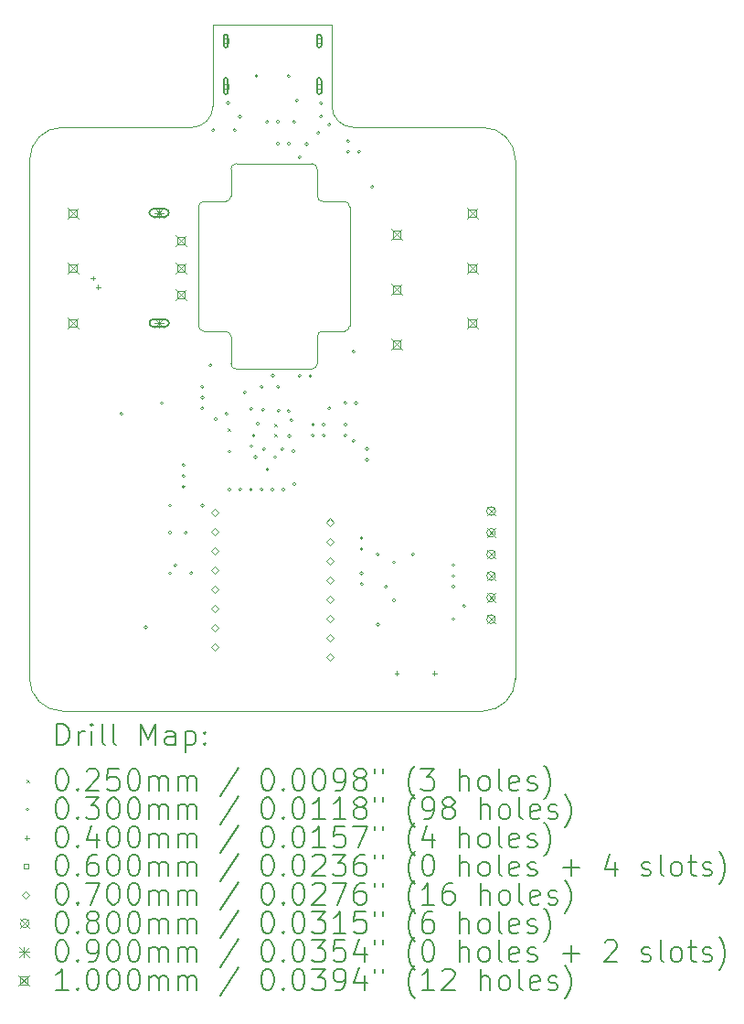
<source format=gbr>
%FSLAX45Y45*%
G04 Gerber Fmt 4.5, Leading zero omitted, Abs format (unit mm)*
G04 Created by KiCad (PCBNEW 6.0.0-rc1-unknown-rc1+486+g97c2627de6) date 2021-12-22 22:09:30*
%MOMM*%
%LPD*%
G01*
G04 APERTURE LIST*
%TA.AperFunction,Profile*%
%ADD10C,0.100000*%
%TD*%
%ADD11C,0.200000*%
%ADD12C,0.025000*%
%ADD13C,0.030000*%
%ADD14C,0.040000*%
%ADD15C,0.060000*%
%ADD16C,0.070000*%
%ADD17C,0.080000*%
%ADD18C,0.090000*%
%ADD19C,0.100000*%
G04 APERTURE END LIST*
D10*
X13314645Y-7185355D02*
G75*
G03*
X13364645Y-7135355I0J50000D01*
G01*
X14464645Y-8335355D02*
X14464645Y-7235355D01*
X14214645Y-8385355D02*
X14414645Y-8385355D01*
X13364645Y-8685355D02*
G75*
G03*
X13414645Y-8735355I50000J0D01*
G01*
X14164644Y-6885355D02*
G75*
G03*
X14114645Y-6835355I-50000J0D01*
G01*
X13200000Y-5550000D02*
X14300000Y-5550000D01*
X14114645Y-8735355D02*
G75*
G03*
X14164645Y-8685355I0J50000D01*
G01*
X14464645Y-7235355D02*
G75*
G03*
X14414645Y-7185355I-50000J0D01*
G01*
X15700000Y-11900000D02*
G75*
G03*
X16000000Y-11600000I0J300000D01*
G01*
X16000000Y-6800000D02*
X16000000Y-11600000D01*
X13114645Y-7185355D02*
G75*
G03*
X13064645Y-7235355I0J-50000D01*
G01*
X13064645Y-8335355D02*
G75*
G03*
X13114645Y-8385355I50000J0D01*
G01*
X13414645Y-6835355D02*
G75*
G03*
X13364645Y-6885355I0J-50000D01*
G01*
X13200000Y-5550000D02*
X13200000Y-6300000D01*
X14164644Y-6885355D02*
X14164645Y-7135355D01*
X14164645Y-7135355D02*
G75*
G03*
X14214645Y-7185355I50000J0D01*
G01*
X14214645Y-7185355D02*
X14414645Y-7185355D01*
X14300000Y-6300000D02*
G75*
G03*
X14500000Y-6500000I200000J0D01*
G01*
X13364645Y-8435355D02*
G75*
G03*
X13314645Y-8385355I-50000J0D01*
G01*
X14500000Y-6500000D02*
X15700000Y-6500000D01*
X16000000Y-6800000D02*
G75*
G03*
X15700000Y-6500000I-300000J0D01*
G01*
X14414645Y-8385355D02*
G75*
G03*
X14464645Y-8335355I0J50000D01*
G01*
X14114645Y-6835355D02*
X13414645Y-6835355D01*
X14164645Y-8435355D02*
X14164645Y-8685355D01*
X11800000Y-11900000D02*
X15700000Y-11900000D01*
X14214645Y-8385355D02*
G75*
G03*
X14164645Y-8435355I0J-50000D01*
G01*
X11800000Y-6500000D02*
G75*
G03*
X11500000Y-6800000I0J-300000D01*
G01*
X13314645Y-7185355D02*
X13114645Y-7185355D01*
X13364645Y-7135355D02*
X13364645Y-6885355D01*
X13314645Y-8385355D02*
X13114645Y-8385355D01*
X13364645Y-8685355D02*
X13364645Y-8435355D01*
X13414645Y-8735355D02*
X14114645Y-8735355D01*
X11500000Y-11600000D02*
X11500000Y-6800000D01*
X14300000Y-6300000D02*
X14300000Y-5550000D01*
X13000000Y-6500000D02*
G75*
G03*
X13200000Y-6300000I0J200000D01*
G01*
X11500000Y-11600000D02*
G75*
G03*
X11800000Y-11900000I300000J0D01*
G01*
X13064645Y-8335355D02*
X13064645Y-7235355D01*
X11800000Y-6500000D02*
X13000000Y-6500000D01*
D11*
D12*
X13337500Y-9287500D02*
X13362500Y-9312500D01*
X13362500Y-9287500D02*
X13337500Y-9312500D01*
X13762500Y-9239450D02*
X13787500Y-9264450D01*
X13787500Y-9239450D02*
X13762500Y-9264450D01*
X13762500Y-9337500D02*
X13787500Y-9362500D01*
X13787500Y-9337500D02*
X13762500Y-9362500D01*
D13*
X12365000Y-9150000D02*
G75*
G03*
X12365000Y-9150000I-15000J0D01*
G01*
X12590000Y-11125000D02*
G75*
G03*
X12590000Y-11125000I-15000J0D01*
G01*
X12740000Y-9050000D02*
G75*
G03*
X12740000Y-9050000I-15000J0D01*
G01*
X12815000Y-10000000D02*
G75*
G03*
X12815000Y-10000000I-15000J0D01*
G01*
X12815000Y-10250000D02*
G75*
G03*
X12815000Y-10250000I-15000J0D01*
G01*
X12815000Y-10625000D02*
G75*
G03*
X12815000Y-10625000I-15000J0D01*
G01*
X12865000Y-10550000D02*
G75*
G03*
X12865000Y-10550000I-15000J0D01*
G01*
X12940000Y-9625000D02*
G75*
G03*
X12940000Y-9625000I-15000J0D01*
G01*
X12940000Y-9725000D02*
G75*
G03*
X12940000Y-9725000I-15000J0D01*
G01*
X12940000Y-9825000D02*
G75*
G03*
X12940000Y-9825000I-15000J0D01*
G01*
X12962550Y-10250000D02*
G75*
G03*
X12962550Y-10250000I-15000J0D01*
G01*
X13012550Y-10625000D02*
G75*
G03*
X13012550Y-10625000I-15000J0D01*
G01*
X13115000Y-8900000D02*
G75*
G03*
X13115000Y-8900000I-15000J0D01*
G01*
X13115000Y-9000000D02*
G75*
G03*
X13115000Y-9000000I-15000J0D01*
G01*
X13115000Y-9100000D02*
G75*
G03*
X13115000Y-9100000I-15000J0D01*
G01*
X13117450Y-10000000D02*
G75*
G03*
X13117450Y-10000000I-15000J0D01*
G01*
X13190000Y-8700000D02*
G75*
G03*
X13190000Y-8700000I-15000J0D01*
G01*
X13215000Y-6525000D02*
G75*
G03*
X13215000Y-6525000I-15000J0D01*
G01*
X13240000Y-9200000D02*
G75*
G03*
X13240000Y-9200000I-15000J0D01*
G01*
X13340000Y-9150000D02*
G75*
G03*
X13340000Y-9150000I-15000J0D01*
G01*
X13352450Y-6275000D02*
G75*
G03*
X13352450Y-6275000I-15000J0D01*
G01*
X13365000Y-9500000D02*
G75*
G03*
X13365000Y-9500000I-15000J0D01*
G01*
X13365000Y-9850000D02*
G75*
G03*
X13365000Y-9850000I-15000J0D01*
G01*
X13415000Y-6525000D02*
G75*
G03*
X13415000Y-6525000I-15000J0D01*
G01*
X13465000Y-6400000D02*
G75*
G03*
X13465000Y-6400000I-15000J0D01*
G01*
X13465000Y-9850000D02*
G75*
G03*
X13465000Y-9850000I-15000J0D01*
G01*
X13507550Y-8952402D02*
G75*
G03*
X13507550Y-8952402I-15000J0D01*
G01*
X13565000Y-9850000D02*
G75*
G03*
X13565000Y-9850000I-15000J0D01*
G01*
X13566911Y-9102025D02*
G75*
G03*
X13566911Y-9102025I-15000J0D01*
G01*
X13569450Y-9450000D02*
G75*
G03*
X13569450Y-9450000I-15000J0D01*
G01*
X13590000Y-9350000D02*
G75*
G03*
X13590000Y-9350000I-15000J0D01*
G01*
X13609401Y-9550000D02*
G75*
G03*
X13609401Y-9550000I-15000J0D01*
G01*
X13615000Y-6025000D02*
G75*
G03*
X13615000Y-6025000I-15000J0D01*
G01*
X13629336Y-9241340D02*
G75*
G03*
X13629336Y-9241340I-15000J0D01*
G01*
X13665000Y-8900000D02*
G75*
G03*
X13665000Y-8900000I-15000J0D01*
G01*
X13665000Y-9850000D02*
G75*
G03*
X13665000Y-9850000I-15000J0D01*
G01*
X13677088Y-9112912D02*
G75*
G03*
X13677088Y-9112912I-15000J0D01*
G01*
X13685099Y-9475000D02*
G75*
G03*
X13685099Y-9475000I-15000J0D01*
G01*
X13715000Y-6450000D02*
G75*
G03*
X13715000Y-6450000I-15000J0D01*
G01*
X13717450Y-9665195D02*
G75*
G03*
X13717450Y-9665195I-15000J0D01*
G01*
X13765000Y-9850000D02*
G75*
G03*
X13765000Y-9850000I-15000J0D01*
G01*
X13767838Y-8797162D02*
G75*
G03*
X13767838Y-8797162I-15000J0D01*
G01*
X13790000Y-9550000D02*
G75*
G03*
X13790000Y-9550000I-15000J0D01*
G01*
X13815000Y-6447550D02*
G75*
G03*
X13815000Y-6447550I-15000J0D01*
G01*
X13815000Y-6650000D02*
G75*
G03*
X13815000Y-6650000I-15000J0D01*
G01*
X13815000Y-8900000D02*
G75*
G03*
X13815000Y-8900000I-15000J0D01*
G01*
X13819252Y-9120748D02*
G75*
G03*
X13819252Y-9120748I-15000J0D01*
G01*
X13854728Y-9474999D02*
G75*
G03*
X13854728Y-9474999I-15000J0D01*
G01*
X13865000Y-9850000D02*
G75*
G03*
X13865000Y-9850000I-15000J0D01*
G01*
X13915000Y-6025000D02*
G75*
G03*
X13915000Y-6025000I-15000J0D01*
G01*
X13915000Y-6650000D02*
G75*
G03*
X13915000Y-6650000I-15000J0D01*
G01*
X13915000Y-9125000D02*
G75*
G03*
X13915000Y-9125000I-15000J0D01*
G01*
X13919236Y-9354827D02*
G75*
G03*
X13919236Y-9354827I-15000J0D01*
G01*
X13940000Y-9210098D02*
G75*
G03*
X13940000Y-9210098I-15000J0D01*
G01*
X13960173Y-9495764D02*
G75*
G03*
X13960173Y-9495764I-15000J0D01*
G01*
X13965000Y-6450000D02*
G75*
G03*
X13965000Y-6450000I-15000J0D01*
G01*
X13967401Y-9800000D02*
G75*
G03*
X13967401Y-9800000I-15000J0D01*
G01*
X13990935Y-6250454D02*
G75*
G03*
X13990935Y-6250454I-15000J0D01*
G01*
X14015000Y-6775000D02*
G75*
G03*
X14015000Y-6775000I-15000J0D01*
G01*
X14015000Y-8800000D02*
G75*
G03*
X14015000Y-8800000I-15000J0D01*
G01*
X14080097Y-6654674D02*
G75*
G03*
X14080097Y-6654674I-15000J0D01*
G01*
X14115000Y-8800000D02*
G75*
G03*
X14115000Y-8800000I-15000J0D01*
G01*
X14140000Y-9250000D02*
G75*
G03*
X14140000Y-9250000I-15000J0D01*
G01*
X14140000Y-9350000D02*
G75*
G03*
X14140000Y-9350000I-15000J0D01*
G01*
X14190000Y-6550000D02*
G75*
G03*
X14190000Y-6550000I-15000J0D01*
G01*
X14215000Y-6275000D02*
G75*
G03*
X14215000Y-6275000I-15000J0D01*
G01*
X14215000Y-6400000D02*
G75*
G03*
X14215000Y-6400000I-15000J0D01*
G01*
X14240000Y-9250000D02*
G75*
G03*
X14240000Y-9250000I-15000J0D01*
G01*
X14240000Y-9350000D02*
G75*
G03*
X14240000Y-9350000I-15000J0D01*
G01*
X14290000Y-6475000D02*
G75*
G03*
X14290000Y-6475000I-15000J0D01*
G01*
X14290000Y-9100000D02*
G75*
G03*
X14290000Y-9100000I-15000J0D01*
G01*
X14440000Y-9050000D02*
G75*
G03*
X14440000Y-9050000I-15000J0D01*
G01*
X14440000Y-9350000D02*
G75*
G03*
X14440000Y-9350000I-15000J0D01*
G01*
X14442000Y-9250000D02*
G75*
G03*
X14442000Y-9250000I-15000J0D01*
G01*
X14465000Y-6627499D02*
G75*
G03*
X14465000Y-6627499I-15000J0D01*
G01*
X14465000Y-6725000D02*
G75*
G03*
X14465000Y-6725000I-15000J0D01*
G01*
X14515000Y-8575000D02*
G75*
G03*
X14515000Y-8575000I-15000J0D01*
G01*
X14515000Y-9400000D02*
G75*
G03*
X14515000Y-9400000I-15000J0D01*
G01*
X14540000Y-9050000D02*
G75*
G03*
X14540000Y-9050000I-15000J0D01*
G01*
X14565000Y-6725000D02*
G75*
G03*
X14565000Y-6725000I-15000J0D01*
G01*
X14590000Y-10300000D02*
G75*
G03*
X14590000Y-10300000I-15000J0D01*
G01*
X14590000Y-10400000D02*
G75*
G03*
X14590000Y-10400000I-15000J0D01*
G01*
X14590000Y-10625000D02*
G75*
G03*
X14590000Y-10625000I-15000J0D01*
G01*
X14590000Y-10725000D02*
G75*
G03*
X14590000Y-10725000I-15000J0D01*
G01*
X14640000Y-9475000D02*
G75*
G03*
X14640000Y-9475000I-15000J0D01*
G01*
X14640000Y-9575000D02*
G75*
G03*
X14640000Y-9575000I-15000J0D01*
G01*
X14690000Y-7050000D02*
G75*
G03*
X14690000Y-7050000I-15000J0D01*
G01*
X14740000Y-10450000D02*
G75*
G03*
X14740000Y-10450000I-15000J0D01*
G01*
X14740000Y-11100000D02*
G75*
G03*
X14740000Y-11100000I-15000J0D01*
G01*
X14815000Y-10750000D02*
G75*
G03*
X14815000Y-10750000I-15000J0D01*
G01*
X14890000Y-10525000D02*
G75*
G03*
X14890000Y-10525000I-15000J0D01*
G01*
X14890000Y-10875000D02*
G75*
G03*
X14890000Y-10875000I-15000J0D01*
G01*
X15065000Y-10450000D02*
G75*
G03*
X15065000Y-10450000I-15000J0D01*
G01*
X15440000Y-10550000D02*
G75*
G03*
X15440000Y-10550000I-15000J0D01*
G01*
X15440000Y-10650000D02*
G75*
G03*
X15440000Y-10650000I-15000J0D01*
G01*
X15440000Y-10750000D02*
G75*
G03*
X15440000Y-10750000I-15000J0D01*
G01*
X15440000Y-11050000D02*
G75*
G03*
X15440000Y-11050000I-15000J0D01*
G01*
X15540000Y-10927450D02*
G75*
G03*
X15540000Y-10927450I-15000J0D01*
G01*
D14*
X12085329Y-7874835D02*
X12085329Y-7914835D01*
X12065329Y-7894835D02*
X12105329Y-7894835D01*
X12133408Y-7956713D02*
X12133408Y-7996713D01*
X12113408Y-7976713D02*
X12153408Y-7976713D01*
X14900000Y-11530000D02*
X14900000Y-11570000D01*
X14880000Y-11550000D02*
X14920000Y-11550000D01*
X15250000Y-11530000D02*
X15250000Y-11570000D01*
X15230000Y-11550000D02*
X15270000Y-11550000D01*
D15*
X13339213Y-5721213D02*
X13339213Y-5678787D01*
X13296787Y-5678787D01*
X13296787Y-5721213D01*
X13339213Y-5721213D01*
D11*
X13338000Y-5740000D02*
X13338000Y-5660000D01*
X13298000Y-5740000D02*
X13298000Y-5660000D01*
X13338000Y-5660000D02*
G75*
G03*
X13298000Y-5660000I-20000J0D01*
G01*
X13298000Y-5740000D02*
G75*
G03*
X13338000Y-5740000I20000J0D01*
G01*
D15*
X13339213Y-6139213D02*
X13339213Y-6096787D01*
X13296787Y-6096787D01*
X13296787Y-6139213D01*
X13339213Y-6139213D01*
D11*
X13338000Y-6173000D02*
X13338000Y-6063000D01*
X13298000Y-6173000D02*
X13298000Y-6063000D01*
X13338000Y-6063000D02*
G75*
G03*
X13298000Y-6063000I-20000J0D01*
G01*
X13298000Y-6173000D02*
G75*
G03*
X13338000Y-6173000I20000J0D01*
G01*
D15*
X14203213Y-5721213D02*
X14203213Y-5678787D01*
X14160787Y-5678787D01*
X14160787Y-5721213D01*
X14203213Y-5721213D01*
D11*
X14202000Y-5740000D02*
X14202000Y-5660000D01*
X14162000Y-5740000D02*
X14162000Y-5660000D01*
X14202000Y-5660000D02*
G75*
G03*
X14162000Y-5660000I-20000J0D01*
G01*
X14162000Y-5740000D02*
G75*
G03*
X14202000Y-5740000I20000J0D01*
G01*
D15*
X14203213Y-6139213D02*
X14203213Y-6096787D01*
X14160787Y-6096787D01*
X14160787Y-6139213D01*
X14203213Y-6139213D01*
D11*
X14202000Y-6173000D02*
X14202000Y-6063000D01*
X14162000Y-6173000D02*
X14162000Y-6063000D01*
X14202000Y-6063000D02*
G75*
G03*
X14162000Y-6063000I-20000J0D01*
G01*
X14162000Y-6173000D02*
G75*
G03*
X14202000Y-6173000I20000J0D01*
G01*
D16*
X13215000Y-10098500D02*
X13250000Y-10063500D01*
X13215000Y-10028500D01*
X13180000Y-10063500D01*
X13215000Y-10098500D01*
X13215000Y-10276500D02*
X13250000Y-10241500D01*
X13215000Y-10206500D01*
X13180000Y-10241500D01*
X13215000Y-10276500D01*
X13215000Y-10454500D02*
X13250000Y-10419500D01*
X13215000Y-10384500D01*
X13180000Y-10419500D01*
X13215000Y-10454500D01*
X13215000Y-10632500D02*
X13250000Y-10597500D01*
X13215000Y-10562500D01*
X13180000Y-10597500D01*
X13215000Y-10632500D01*
X13215000Y-10810500D02*
X13250000Y-10775500D01*
X13215000Y-10740500D01*
X13180000Y-10775500D01*
X13215000Y-10810500D01*
X13215000Y-10988500D02*
X13250000Y-10953500D01*
X13215000Y-10918500D01*
X13180000Y-10953500D01*
X13215000Y-10988500D01*
X13215000Y-11166500D02*
X13250000Y-11131500D01*
X13215000Y-11096500D01*
X13180000Y-11131500D01*
X13215000Y-11166500D01*
X13215000Y-11344500D02*
X13250000Y-11309500D01*
X13215000Y-11274500D01*
X13180000Y-11309500D01*
X13215000Y-11344500D01*
X14285000Y-10187500D02*
X14320000Y-10152500D01*
X14285000Y-10117500D01*
X14250000Y-10152500D01*
X14285000Y-10187500D01*
X14285000Y-10365500D02*
X14320000Y-10330500D01*
X14285000Y-10295500D01*
X14250000Y-10330500D01*
X14285000Y-10365500D01*
X14285000Y-10543500D02*
X14320000Y-10508500D01*
X14285000Y-10473500D01*
X14250000Y-10508500D01*
X14285000Y-10543500D01*
X14285000Y-10721500D02*
X14320000Y-10686500D01*
X14285000Y-10651500D01*
X14250000Y-10686500D01*
X14285000Y-10721500D01*
X14285000Y-10899500D02*
X14320000Y-10864500D01*
X14285000Y-10829500D01*
X14250000Y-10864500D01*
X14285000Y-10899500D01*
X14285000Y-11077500D02*
X14320000Y-11042500D01*
X14285000Y-11007500D01*
X14250000Y-11042500D01*
X14285000Y-11077500D01*
X14285000Y-11255500D02*
X14320000Y-11220500D01*
X14285000Y-11185500D01*
X14250000Y-11220500D01*
X14285000Y-11255500D01*
X14285000Y-11433500D02*
X14320000Y-11398500D01*
X14285000Y-11363500D01*
X14250000Y-11398500D01*
X14285000Y-11433500D01*
D17*
X15735000Y-10010000D02*
X15815000Y-10090000D01*
X15815000Y-10010000D02*
X15735000Y-10090000D01*
X15815000Y-10050000D02*
G75*
G03*
X15815000Y-10050000I-40000J0D01*
G01*
X15735000Y-10210000D02*
X15815000Y-10290000D01*
X15815000Y-10210000D02*
X15735000Y-10290000D01*
X15815000Y-10250000D02*
G75*
G03*
X15815000Y-10250000I-40000J0D01*
G01*
X15735000Y-10410000D02*
X15815000Y-10490000D01*
X15815000Y-10410000D02*
X15735000Y-10490000D01*
X15815000Y-10450000D02*
G75*
G03*
X15815000Y-10450000I-40000J0D01*
G01*
X15735000Y-10610000D02*
X15815000Y-10690000D01*
X15815000Y-10610000D02*
X15735000Y-10690000D01*
X15815000Y-10650000D02*
G75*
G03*
X15815000Y-10650000I-40000J0D01*
G01*
X15735000Y-10810000D02*
X15815000Y-10890000D01*
X15815000Y-10810000D02*
X15735000Y-10890000D01*
X15815000Y-10850000D02*
G75*
G03*
X15815000Y-10850000I-40000J0D01*
G01*
X15735000Y-11010000D02*
X15815000Y-11090000D01*
X15815000Y-11010000D02*
X15735000Y-11090000D01*
X15815000Y-11050000D02*
G75*
G03*
X15815000Y-11050000I-40000J0D01*
G01*
D18*
X12655000Y-7245000D02*
X12745000Y-7335000D01*
X12745000Y-7245000D02*
X12655000Y-7335000D01*
X12700000Y-7245000D02*
X12700000Y-7335000D01*
X12655000Y-7290000D02*
X12745000Y-7290000D01*
D11*
X12755000Y-7255000D02*
X12645000Y-7255000D01*
X12755000Y-7325000D02*
X12645000Y-7325000D01*
X12645000Y-7255000D02*
G75*
G03*
X12645000Y-7325000I0J-35000D01*
G01*
X12755000Y-7325000D02*
G75*
G03*
X12755000Y-7255000I0J35000D01*
G01*
D18*
X12655000Y-8265000D02*
X12745000Y-8355000D01*
X12745000Y-8265000D02*
X12655000Y-8355000D01*
X12700000Y-8265000D02*
X12700000Y-8355000D01*
X12655000Y-8310000D02*
X12745000Y-8310000D01*
D11*
X12755000Y-8275000D02*
X12645000Y-8275000D01*
X12755000Y-8345000D02*
X12645000Y-8345000D01*
X12645000Y-8275000D02*
G75*
G03*
X12645000Y-8345000I0J-35000D01*
G01*
X12755000Y-8345000D02*
G75*
G03*
X12755000Y-8275000I0J35000D01*
G01*
D19*
X11850000Y-7242000D02*
X11950000Y-7342000D01*
X11950000Y-7242000D02*
X11850000Y-7342000D01*
X11935356Y-7327356D02*
X11935356Y-7256644D01*
X11864644Y-7256644D01*
X11864644Y-7327356D01*
X11935356Y-7327356D01*
X11850000Y-7750000D02*
X11950000Y-7850000D01*
X11950000Y-7750000D02*
X11850000Y-7850000D01*
X11935356Y-7835356D02*
X11935356Y-7764644D01*
X11864644Y-7764644D01*
X11864644Y-7835356D01*
X11935356Y-7835356D01*
X11850000Y-8258000D02*
X11950000Y-8358000D01*
X11950000Y-8258000D02*
X11850000Y-8358000D01*
X11935356Y-8343356D02*
X11935356Y-8272644D01*
X11864644Y-8272644D01*
X11864644Y-8343356D01*
X11935356Y-8343356D01*
X12850000Y-7500000D02*
X12950000Y-7600000D01*
X12950000Y-7500000D02*
X12850000Y-7600000D01*
X12935356Y-7585356D02*
X12935356Y-7514644D01*
X12864644Y-7514644D01*
X12864644Y-7585356D01*
X12935356Y-7585356D01*
X12850000Y-7750000D02*
X12950000Y-7850000D01*
X12950000Y-7750000D02*
X12850000Y-7850000D01*
X12935356Y-7835356D02*
X12935356Y-7764644D01*
X12864644Y-7764644D01*
X12864644Y-7835356D01*
X12935356Y-7835356D01*
X12850000Y-8000000D02*
X12950000Y-8100000D01*
X12950000Y-8000000D02*
X12850000Y-8100000D01*
X12935356Y-8085356D02*
X12935356Y-8014644D01*
X12864644Y-8014644D01*
X12864644Y-8085356D01*
X12935356Y-8085356D01*
X14850000Y-7442000D02*
X14950000Y-7542000D01*
X14950000Y-7442000D02*
X14850000Y-7542000D01*
X14935356Y-7527356D02*
X14935356Y-7456644D01*
X14864644Y-7456644D01*
X14864644Y-7527356D01*
X14935356Y-7527356D01*
X14850000Y-7950000D02*
X14950000Y-8050000D01*
X14950000Y-7950000D02*
X14850000Y-8050000D01*
X14935356Y-8035356D02*
X14935356Y-7964644D01*
X14864644Y-7964644D01*
X14864644Y-8035356D01*
X14935356Y-8035356D01*
X14850000Y-8458000D02*
X14950000Y-8558000D01*
X14950000Y-8458000D02*
X14850000Y-8558000D01*
X14935356Y-8543356D02*
X14935356Y-8472644D01*
X14864644Y-8472644D01*
X14864644Y-8543356D01*
X14935356Y-8543356D01*
X15550000Y-7242000D02*
X15650000Y-7342000D01*
X15650000Y-7242000D02*
X15550000Y-7342000D01*
X15635356Y-7327356D02*
X15635356Y-7256644D01*
X15564644Y-7256644D01*
X15564644Y-7327356D01*
X15635356Y-7327356D01*
X15550000Y-7750000D02*
X15650000Y-7850000D01*
X15650000Y-7750000D02*
X15550000Y-7850000D01*
X15635356Y-7835356D02*
X15635356Y-7764644D01*
X15564644Y-7764644D01*
X15564644Y-7835356D01*
X15635356Y-7835356D01*
X15550000Y-8258000D02*
X15650000Y-8358000D01*
X15650000Y-8258000D02*
X15550000Y-8358000D01*
X15635356Y-8343356D02*
X15635356Y-8272644D01*
X15564644Y-8272644D01*
X15564644Y-8343356D01*
X15635356Y-8343356D01*
D11*
X11752619Y-12215476D02*
X11752619Y-12015476D01*
X11800238Y-12015476D01*
X11828809Y-12025000D01*
X11847857Y-12044048D01*
X11857381Y-12063095D01*
X11866905Y-12101190D01*
X11866905Y-12129762D01*
X11857381Y-12167857D01*
X11847857Y-12186905D01*
X11828809Y-12205952D01*
X11800238Y-12215476D01*
X11752619Y-12215476D01*
X11952619Y-12215476D02*
X11952619Y-12082143D01*
X11952619Y-12120238D02*
X11962143Y-12101190D01*
X11971667Y-12091667D01*
X11990714Y-12082143D01*
X12009762Y-12082143D01*
X12076428Y-12215476D02*
X12076428Y-12082143D01*
X12076428Y-12015476D02*
X12066905Y-12025000D01*
X12076428Y-12034524D01*
X12085952Y-12025000D01*
X12076428Y-12015476D01*
X12076428Y-12034524D01*
X12200238Y-12215476D02*
X12181190Y-12205952D01*
X12171667Y-12186905D01*
X12171667Y-12015476D01*
X12305000Y-12215476D02*
X12285952Y-12205952D01*
X12276428Y-12186905D01*
X12276428Y-12015476D01*
X12533571Y-12215476D02*
X12533571Y-12015476D01*
X12600238Y-12158333D01*
X12666905Y-12015476D01*
X12666905Y-12215476D01*
X12847857Y-12215476D02*
X12847857Y-12110714D01*
X12838333Y-12091667D01*
X12819286Y-12082143D01*
X12781190Y-12082143D01*
X12762143Y-12091667D01*
X12847857Y-12205952D02*
X12828809Y-12215476D01*
X12781190Y-12215476D01*
X12762143Y-12205952D01*
X12752619Y-12186905D01*
X12752619Y-12167857D01*
X12762143Y-12148809D01*
X12781190Y-12139286D01*
X12828809Y-12139286D01*
X12847857Y-12129762D01*
X12943095Y-12082143D02*
X12943095Y-12282143D01*
X12943095Y-12091667D02*
X12962143Y-12082143D01*
X13000238Y-12082143D01*
X13019286Y-12091667D01*
X13028809Y-12101190D01*
X13038333Y-12120238D01*
X13038333Y-12177381D01*
X13028809Y-12196428D01*
X13019286Y-12205952D01*
X13000238Y-12215476D01*
X12962143Y-12215476D01*
X12943095Y-12205952D01*
X13124048Y-12196428D02*
X13133571Y-12205952D01*
X13124048Y-12215476D01*
X13114524Y-12205952D01*
X13124048Y-12196428D01*
X13124048Y-12215476D01*
X13124048Y-12091667D02*
X13133571Y-12101190D01*
X13124048Y-12110714D01*
X13114524Y-12101190D01*
X13124048Y-12091667D01*
X13124048Y-12110714D01*
D12*
X11470000Y-12532500D02*
X11495000Y-12557500D01*
X11495000Y-12532500D02*
X11470000Y-12557500D01*
D11*
X11790714Y-12435476D02*
X11809762Y-12435476D01*
X11828809Y-12445000D01*
X11838333Y-12454524D01*
X11847857Y-12473571D01*
X11857381Y-12511667D01*
X11857381Y-12559286D01*
X11847857Y-12597381D01*
X11838333Y-12616428D01*
X11828809Y-12625952D01*
X11809762Y-12635476D01*
X11790714Y-12635476D01*
X11771667Y-12625952D01*
X11762143Y-12616428D01*
X11752619Y-12597381D01*
X11743095Y-12559286D01*
X11743095Y-12511667D01*
X11752619Y-12473571D01*
X11762143Y-12454524D01*
X11771667Y-12445000D01*
X11790714Y-12435476D01*
X11943095Y-12616428D02*
X11952619Y-12625952D01*
X11943095Y-12635476D01*
X11933571Y-12625952D01*
X11943095Y-12616428D01*
X11943095Y-12635476D01*
X12028809Y-12454524D02*
X12038333Y-12445000D01*
X12057381Y-12435476D01*
X12105000Y-12435476D01*
X12124048Y-12445000D01*
X12133571Y-12454524D01*
X12143095Y-12473571D01*
X12143095Y-12492619D01*
X12133571Y-12521190D01*
X12019286Y-12635476D01*
X12143095Y-12635476D01*
X12324048Y-12435476D02*
X12228809Y-12435476D01*
X12219286Y-12530714D01*
X12228809Y-12521190D01*
X12247857Y-12511667D01*
X12295476Y-12511667D01*
X12314524Y-12521190D01*
X12324048Y-12530714D01*
X12333571Y-12549762D01*
X12333571Y-12597381D01*
X12324048Y-12616428D01*
X12314524Y-12625952D01*
X12295476Y-12635476D01*
X12247857Y-12635476D01*
X12228809Y-12625952D01*
X12219286Y-12616428D01*
X12457381Y-12435476D02*
X12476428Y-12435476D01*
X12495476Y-12445000D01*
X12505000Y-12454524D01*
X12514524Y-12473571D01*
X12524048Y-12511667D01*
X12524048Y-12559286D01*
X12514524Y-12597381D01*
X12505000Y-12616428D01*
X12495476Y-12625952D01*
X12476428Y-12635476D01*
X12457381Y-12635476D01*
X12438333Y-12625952D01*
X12428809Y-12616428D01*
X12419286Y-12597381D01*
X12409762Y-12559286D01*
X12409762Y-12511667D01*
X12419286Y-12473571D01*
X12428809Y-12454524D01*
X12438333Y-12445000D01*
X12457381Y-12435476D01*
X12609762Y-12635476D02*
X12609762Y-12502143D01*
X12609762Y-12521190D02*
X12619286Y-12511667D01*
X12638333Y-12502143D01*
X12666905Y-12502143D01*
X12685952Y-12511667D01*
X12695476Y-12530714D01*
X12695476Y-12635476D01*
X12695476Y-12530714D02*
X12705000Y-12511667D01*
X12724048Y-12502143D01*
X12752619Y-12502143D01*
X12771667Y-12511667D01*
X12781190Y-12530714D01*
X12781190Y-12635476D01*
X12876428Y-12635476D02*
X12876428Y-12502143D01*
X12876428Y-12521190D02*
X12885952Y-12511667D01*
X12905000Y-12502143D01*
X12933571Y-12502143D01*
X12952619Y-12511667D01*
X12962143Y-12530714D01*
X12962143Y-12635476D01*
X12962143Y-12530714D02*
X12971667Y-12511667D01*
X12990714Y-12502143D01*
X13019286Y-12502143D01*
X13038333Y-12511667D01*
X13047857Y-12530714D01*
X13047857Y-12635476D01*
X13438333Y-12425952D02*
X13266905Y-12683095D01*
X13695476Y-12435476D02*
X13714524Y-12435476D01*
X13733571Y-12445000D01*
X13743095Y-12454524D01*
X13752619Y-12473571D01*
X13762143Y-12511667D01*
X13762143Y-12559286D01*
X13752619Y-12597381D01*
X13743095Y-12616428D01*
X13733571Y-12625952D01*
X13714524Y-12635476D01*
X13695476Y-12635476D01*
X13676428Y-12625952D01*
X13666905Y-12616428D01*
X13657381Y-12597381D01*
X13647857Y-12559286D01*
X13647857Y-12511667D01*
X13657381Y-12473571D01*
X13666905Y-12454524D01*
X13676428Y-12445000D01*
X13695476Y-12435476D01*
X13847857Y-12616428D02*
X13857381Y-12625952D01*
X13847857Y-12635476D01*
X13838333Y-12625952D01*
X13847857Y-12616428D01*
X13847857Y-12635476D01*
X13981190Y-12435476D02*
X14000238Y-12435476D01*
X14019286Y-12445000D01*
X14028809Y-12454524D01*
X14038333Y-12473571D01*
X14047857Y-12511667D01*
X14047857Y-12559286D01*
X14038333Y-12597381D01*
X14028809Y-12616428D01*
X14019286Y-12625952D01*
X14000238Y-12635476D01*
X13981190Y-12635476D01*
X13962143Y-12625952D01*
X13952619Y-12616428D01*
X13943095Y-12597381D01*
X13933571Y-12559286D01*
X13933571Y-12511667D01*
X13943095Y-12473571D01*
X13952619Y-12454524D01*
X13962143Y-12445000D01*
X13981190Y-12435476D01*
X14171667Y-12435476D02*
X14190714Y-12435476D01*
X14209762Y-12445000D01*
X14219286Y-12454524D01*
X14228809Y-12473571D01*
X14238333Y-12511667D01*
X14238333Y-12559286D01*
X14228809Y-12597381D01*
X14219286Y-12616428D01*
X14209762Y-12625952D01*
X14190714Y-12635476D01*
X14171667Y-12635476D01*
X14152619Y-12625952D01*
X14143095Y-12616428D01*
X14133571Y-12597381D01*
X14124048Y-12559286D01*
X14124048Y-12511667D01*
X14133571Y-12473571D01*
X14143095Y-12454524D01*
X14152619Y-12445000D01*
X14171667Y-12435476D01*
X14333571Y-12635476D02*
X14371667Y-12635476D01*
X14390714Y-12625952D01*
X14400238Y-12616428D01*
X14419286Y-12587857D01*
X14428809Y-12549762D01*
X14428809Y-12473571D01*
X14419286Y-12454524D01*
X14409762Y-12445000D01*
X14390714Y-12435476D01*
X14352619Y-12435476D01*
X14333571Y-12445000D01*
X14324048Y-12454524D01*
X14314524Y-12473571D01*
X14314524Y-12521190D01*
X14324048Y-12540238D01*
X14333571Y-12549762D01*
X14352619Y-12559286D01*
X14390714Y-12559286D01*
X14409762Y-12549762D01*
X14419286Y-12540238D01*
X14428809Y-12521190D01*
X14543095Y-12521190D02*
X14524048Y-12511667D01*
X14514524Y-12502143D01*
X14505000Y-12483095D01*
X14505000Y-12473571D01*
X14514524Y-12454524D01*
X14524048Y-12445000D01*
X14543095Y-12435476D01*
X14581190Y-12435476D01*
X14600238Y-12445000D01*
X14609762Y-12454524D01*
X14619286Y-12473571D01*
X14619286Y-12483095D01*
X14609762Y-12502143D01*
X14600238Y-12511667D01*
X14581190Y-12521190D01*
X14543095Y-12521190D01*
X14524048Y-12530714D01*
X14514524Y-12540238D01*
X14505000Y-12559286D01*
X14505000Y-12597381D01*
X14514524Y-12616428D01*
X14524048Y-12625952D01*
X14543095Y-12635476D01*
X14581190Y-12635476D01*
X14600238Y-12625952D01*
X14609762Y-12616428D01*
X14619286Y-12597381D01*
X14619286Y-12559286D01*
X14609762Y-12540238D01*
X14600238Y-12530714D01*
X14581190Y-12521190D01*
X14695476Y-12435476D02*
X14695476Y-12473571D01*
X14771667Y-12435476D02*
X14771667Y-12473571D01*
X15066905Y-12711667D02*
X15057381Y-12702143D01*
X15038333Y-12673571D01*
X15028809Y-12654524D01*
X15019286Y-12625952D01*
X15009762Y-12578333D01*
X15009762Y-12540238D01*
X15019286Y-12492619D01*
X15028809Y-12464048D01*
X15038333Y-12445000D01*
X15057381Y-12416428D01*
X15066905Y-12406905D01*
X15124048Y-12435476D02*
X15247857Y-12435476D01*
X15181190Y-12511667D01*
X15209762Y-12511667D01*
X15228809Y-12521190D01*
X15238333Y-12530714D01*
X15247857Y-12549762D01*
X15247857Y-12597381D01*
X15238333Y-12616428D01*
X15228809Y-12625952D01*
X15209762Y-12635476D01*
X15152619Y-12635476D01*
X15133571Y-12625952D01*
X15124048Y-12616428D01*
X15485952Y-12635476D02*
X15485952Y-12435476D01*
X15571667Y-12635476D02*
X15571667Y-12530714D01*
X15562143Y-12511667D01*
X15543095Y-12502143D01*
X15514524Y-12502143D01*
X15495476Y-12511667D01*
X15485952Y-12521190D01*
X15695476Y-12635476D02*
X15676428Y-12625952D01*
X15666905Y-12616428D01*
X15657381Y-12597381D01*
X15657381Y-12540238D01*
X15666905Y-12521190D01*
X15676428Y-12511667D01*
X15695476Y-12502143D01*
X15724048Y-12502143D01*
X15743095Y-12511667D01*
X15752619Y-12521190D01*
X15762143Y-12540238D01*
X15762143Y-12597381D01*
X15752619Y-12616428D01*
X15743095Y-12625952D01*
X15724048Y-12635476D01*
X15695476Y-12635476D01*
X15876428Y-12635476D02*
X15857381Y-12625952D01*
X15847857Y-12606905D01*
X15847857Y-12435476D01*
X16028809Y-12625952D02*
X16009762Y-12635476D01*
X15971667Y-12635476D01*
X15952619Y-12625952D01*
X15943095Y-12606905D01*
X15943095Y-12530714D01*
X15952619Y-12511667D01*
X15971667Y-12502143D01*
X16009762Y-12502143D01*
X16028809Y-12511667D01*
X16038333Y-12530714D01*
X16038333Y-12549762D01*
X15943095Y-12568809D01*
X16114524Y-12625952D02*
X16133571Y-12635476D01*
X16171667Y-12635476D01*
X16190714Y-12625952D01*
X16200238Y-12606905D01*
X16200238Y-12597381D01*
X16190714Y-12578333D01*
X16171667Y-12568809D01*
X16143095Y-12568809D01*
X16124048Y-12559286D01*
X16114524Y-12540238D01*
X16114524Y-12530714D01*
X16124048Y-12511667D01*
X16143095Y-12502143D01*
X16171667Y-12502143D01*
X16190714Y-12511667D01*
X16266905Y-12711667D02*
X16276428Y-12702143D01*
X16295476Y-12673571D01*
X16305000Y-12654524D01*
X16314524Y-12625952D01*
X16324048Y-12578333D01*
X16324048Y-12540238D01*
X16314524Y-12492619D01*
X16305000Y-12464048D01*
X16295476Y-12445000D01*
X16276428Y-12416428D01*
X16266905Y-12406905D01*
D13*
X11495000Y-12809000D02*
G75*
G03*
X11495000Y-12809000I-15000J0D01*
G01*
D11*
X11790714Y-12699476D02*
X11809762Y-12699476D01*
X11828809Y-12709000D01*
X11838333Y-12718524D01*
X11847857Y-12737571D01*
X11857381Y-12775667D01*
X11857381Y-12823286D01*
X11847857Y-12861381D01*
X11838333Y-12880428D01*
X11828809Y-12889952D01*
X11809762Y-12899476D01*
X11790714Y-12899476D01*
X11771667Y-12889952D01*
X11762143Y-12880428D01*
X11752619Y-12861381D01*
X11743095Y-12823286D01*
X11743095Y-12775667D01*
X11752619Y-12737571D01*
X11762143Y-12718524D01*
X11771667Y-12709000D01*
X11790714Y-12699476D01*
X11943095Y-12880428D02*
X11952619Y-12889952D01*
X11943095Y-12899476D01*
X11933571Y-12889952D01*
X11943095Y-12880428D01*
X11943095Y-12899476D01*
X12019286Y-12699476D02*
X12143095Y-12699476D01*
X12076428Y-12775667D01*
X12105000Y-12775667D01*
X12124048Y-12785190D01*
X12133571Y-12794714D01*
X12143095Y-12813762D01*
X12143095Y-12861381D01*
X12133571Y-12880428D01*
X12124048Y-12889952D01*
X12105000Y-12899476D01*
X12047857Y-12899476D01*
X12028809Y-12889952D01*
X12019286Y-12880428D01*
X12266905Y-12699476D02*
X12285952Y-12699476D01*
X12305000Y-12709000D01*
X12314524Y-12718524D01*
X12324048Y-12737571D01*
X12333571Y-12775667D01*
X12333571Y-12823286D01*
X12324048Y-12861381D01*
X12314524Y-12880428D01*
X12305000Y-12889952D01*
X12285952Y-12899476D01*
X12266905Y-12899476D01*
X12247857Y-12889952D01*
X12238333Y-12880428D01*
X12228809Y-12861381D01*
X12219286Y-12823286D01*
X12219286Y-12775667D01*
X12228809Y-12737571D01*
X12238333Y-12718524D01*
X12247857Y-12709000D01*
X12266905Y-12699476D01*
X12457381Y-12699476D02*
X12476428Y-12699476D01*
X12495476Y-12709000D01*
X12505000Y-12718524D01*
X12514524Y-12737571D01*
X12524048Y-12775667D01*
X12524048Y-12823286D01*
X12514524Y-12861381D01*
X12505000Y-12880428D01*
X12495476Y-12889952D01*
X12476428Y-12899476D01*
X12457381Y-12899476D01*
X12438333Y-12889952D01*
X12428809Y-12880428D01*
X12419286Y-12861381D01*
X12409762Y-12823286D01*
X12409762Y-12775667D01*
X12419286Y-12737571D01*
X12428809Y-12718524D01*
X12438333Y-12709000D01*
X12457381Y-12699476D01*
X12609762Y-12899476D02*
X12609762Y-12766143D01*
X12609762Y-12785190D02*
X12619286Y-12775667D01*
X12638333Y-12766143D01*
X12666905Y-12766143D01*
X12685952Y-12775667D01*
X12695476Y-12794714D01*
X12695476Y-12899476D01*
X12695476Y-12794714D02*
X12705000Y-12775667D01*
X12724048Y-12766143D01*
X12752619Y-12766143D01*
X12771667Y-12775667D01*
X12781190Y-12794714D01*
X12781190Y-12899476D01*
X12876428Y-12899476D02*
X12876428Y-12766143D01*
X12876428Y-12785190D02*
X12885952Y-12775667D01*
X12905000Y-12766143D01*
X12933571Y-12766143D01*
X12952619Y-12775667D01*
X12962143Y-12794714D01*
X12962143Y-12899476D01*
X12962143Y-12794714D02*
X12971667Y-12775667D01*
X12990714Y-12766143D01*
X13019286Y-12766143D01*
X13038333Y-12775667D01*
X13047857Y-12794714D01*
X13047857Y-12899476D01*
X13438333Y-12689952D02*
X13266905Y-12947095D01*
X13695476Y-12699476D02*
X13714524Y-12699476D01*
X13733571Y-12709000D01*
X13743095Y-12718524D01*
X13752619Y-12737571D01*
X13762143Y-12775667D01*
X13762143Y-12823286D01*
X13752619Y-12861381D01*
X13743095Y-12880428D01*
X13733571Y-12889952D01*
X13714524Y-12899476D01*
X13695476Y-12899476D01*
X13676428Y-12889952D01*
X13666905Y-12880428D01*
X13657381Y-12861381D01*
X13647857Y-12823286D01*
X13647857Y-12775667D01*
X13657381Y-12737571D01*
X13666905Y-12718524D01*
X13676428Y-12709000D01*
X13695476Y-12699476D01*
X13847857Y-12880428D02*
X13857381Y-12889952D01*
X13847857Y-12899476D01*
X13838333Y-12889952D01*
X13847857Y-12880428D01*
X13847857Y-12899476D01*
X13981190Y-12699476D02*
X14000238Y-12699476D01*
X14019286Y-12709000D01*
X14028809Y-12718524D01*
X14038333Y-12737571D01*
X14047857Y-12775667D01*
X14047857Y-12823286D01*
X14038333Y-12861381D01*
X14028809Y-12880428D01*
X14019286Y-12889952D01*
X14000238Y-12899476D01*
X13981190Y-12899476D01*
X13962143Y-12889952D01*
X13952619Y-12880428D01*
X13943095Y-12861381D01*
X13933571Y-12823286D01*
X13933571Y-12775667D01*
X13943095Y-12737571D01*
X13952619Y-12718524D01*
X13962143Y-12709000D01*
X13981190Y-12699476D01*
X14238333Y-12899476D02*
X14124048Y-12899476D01*
X14181190Y-12899476D02*
X14181190Y-12699476D01*
X14162143Y-12728048D01*
X14143095Y-12747095D01*
X14124048Y-12756619D01*
X14428809Y-12899476D02*
X14314524Y-12899476D01*
X14371667Y-12899476D02*
X14371667Y-12699476D01*
X14352619Y-12728048D01*
X14333571Y-12747095D01*
X14314524Y-12756619D01*
X14543095Y-12785190D02*
X14524048Y-12775667D01*
X14514524Y-12766143D01*
X14505000Y-12747095D01*
X14505000Y-12737571D01*
X14514524Y-12718524D01*
X14524048Y-12709000D01*
X14543095Y-12699476D01*
X14581190Y-12699476D01*
X14600238Y-12709000D01*
X14609762Y-12718524D01*
X14619286Y-12737571D01*
X14619286Y-12747095D01*
X14609762Y-12766143D01*
X14600238Y-12775667D01*
X14581190Y-12785190D01*
X14543095Y-12785190D01*
X14524048Y-12794714D01*
X14514524Y-12804238D01*
X14505000Y-12823286D01*
X14505000Y-12861381D01*
X14514524Y-12880428D01*
X14524048Y-12889952D01*
X14543095Y-12899476D01*
X14581190Y-12899476D01*
X14600238Y-12889952D01*
X14609762Y-12880428D01*
X14619286Y-12861381D01*
X14619286Y-12823286D01*
X14609762Y-12804238D01*
X14600238Y-12794714D01*
X14581190Y-12785190D01*
X14695476Y-12699476D02*
X14695476Y-12737571D01*
X14771667Y-12699476D02*
X14771667Y-12737571D01*
X15066905Y-12975667D02*
X15057381Y-12966143D01*
X15038333Y-12937571D01*
X15028809Y-12918524D01*
X15019286Y-12889952D01*
X15009762Y-12842333D01*
X15009762Y-12804238D01*
X15019286Y-12756619D01*
X15028809Y-12728048D01*
X15038333Y-12709000D01*
X15057381Y-12680428D01*
X15066905Y-12670905D01*
X15152619Y-12899476D02*
X15190714Y-12899476D01*
X15209762Y-12889952D01*
X15219286Y-12880428D01*
X15238333Y-12851857D01*
X15247857Y-12813762D01*
X15247857Y-12737571D01*
X15238333Y-12718524D01*
X15228809Y-12709000D01*
X15209762Y-12699476D01*
X15171667Y-12699476D01*
X15152619Y-12709000D01*
X15143095Y-12718524D01*
X15133571Y-12737571D01*
X15133571Y-12785190D01*
X15143095Y-12804238D01*
X15152619Y-12813762D01*
X15171667Y-12823286D01*
X15209762Y-12823286D01*
X15228809Y-12813762D01*
X15238333Y-12804238D01*
X15247857Y-12785190D01*
X15362143Y-12785190D02*
X15343095Y-12775667D01*
X15333571Y-12766143D01*
X15324048Y-12747095D01*
X15324048Y-12737571D01*
X15333571Y-12718524D01*
X15343095Y-12709000D01*
X15362143Y-12699476D01*
X15400238Y-12699476D01*
X15419286Y-12709000D01*
X15428809Y-12718524D01*
X15438333Y-12737571D01*
X15438333Y-12747095D01*
X15428809Y-12766143D01*
X15419286Y-12775667D01*
X15400238Y-12785190D01*
X15362143Y-12785190D01*
X15343095Y-12794714D01*
X15333571Y-12804238D01*
X15324048Y-12823286D01*
X15324048Y-12861381D01*
X15333571Y-12880428D01*
X15343095Y-12889952D01*
X15362143Y-12899476D01*
X15400238Y-12899476D01*
X15419286Y-12889952D01*
X15428809Y-12880428D01*
X15438333Y-12861381D01*
X15438333Y-12823286D01*
X15428809Y-12804238D01*
X15419286Y-12794714D01*
X15400238Y-12785190D01*
X15676428Y-12899476D02*
X15676428Y-12699476D01*
X15762143Y-12899476D02*
X15762143Y-12794714D01*
X15752619Y-12775667D01*
X15733571Y-12766143D01*
X15705000Y-12766143D01*
X15685952Y-12775667D01*
X15676428Y-12785190D01*
X15885952Y-12899476D02*
X15866905Y-12889952D01*
X15857381Y-12880428D01*
X15847857Y-12861381D01*
X15847857Y-12804238D01*
X15857381Y-12785190D01*
X15866905Y-12775667D01*
X15885952Y-12766143D01*
X15914524Y-12766143D01*
X15933571Y-12775667D01*
X15943095Y-12785190D01*
X15952619Y-12804238D01*
X15952619Y-12861381D01*
X15943095Y-12880428D01*
X15933571Y-12889952D01*
X15914524Y-12899476D01*
X15885952Y-12899476D01*
X16066905Y-12899476D02*
X16047857Y-12889952D01*
X16038333Y-12870905D01*
X16038333Y-12699476D01*
X16219286Y-12889952D02*
X16200238Y-12899476D01*
X16162143Y-12899476D01*
X16143095Y-12889952D01*
X16133571Y-12870905D01*
X16133571Y-12794714D01*
X16143095Y-12775667D01*
X16162143Y-12766143D01*
X16200238Y-12766143D01*
X16219286Y-12775667D01*
X16228809Y-12794714D01*
X16228809Y-12813762D01*
X16133571Y-12832809D01*
X16305000Y-12889952D02*
X16324048Y-12899476D01*
X16362143Y-12899476D01*
X16381190Y-12889952D01*
X16390714Y-12870905D01*
X16390714Y-12861381D01*
X16381190Y-12842333D01*
X16362143Y-12832809D01*
X16333571Y-12832809D01*
X16314524Y-12823286D01*
X16305000Y-12804238D01*
X16305000Y-12794714D01*
X16314524Y-12775667D01*
X16333571Y-12766143D01*
X16362143Y-12766143D01*
X16381190Y-12775667D01*
X16457381Y-12975667D02*
X16466905Y-12966143D01*
X16485952Y-12937571D01*
X16495476Y-12918524D01*
X16505000Y-12889952D01*
X16514524Y-12842333D01*
X16514524Y-12804238D01*
X16505000Y-12756619D01*
X16495476Y-12728048D01*
X16485952Y-12709000D01*
X16466905Y-12680428D01*
X16457381Y-12670905D01*
D14*
X11475000Y-13053000D02*
X11475000Y-13093000D01*
X11455000Y-13073000D02*
X11495000Y-13073000D01*
D11*
X11790714Y-12963476D02*
X11809762Y-12963476D01*
X11828809Y-12973000D01*
X11838333Y-12982524D01*
X11847857Y-13001571D01*
X11857381Y-13039667D01*
X11857381Y-13087286D01*
X11847857Y-13125381D01*
X11838333Y-13144428D01*
X11828809Y-13153952D01*
X11809762Y-13163476D01*
X11790714Y-13163476D01*
X11771667Y-13153952D01*
X11762143Y-13144428D01*
X11752619Y-13125381D01*
X11743095Y-13087286D01*
X11743095Y-13039667D01*
X11752619Y-13001571D01*
X11762143Y-12982524D01*
X11771667Y-12973000D01*
X11790714Y-12963476D01*
X11943095Y-13144428D02*
X11952619Y-13153952D01*
X11943095Y-13163476D01*
X11933571Y-13153952D01*
X11943095Y-13144428D01*
X11943095Y-13163476D01*
X12124048Y-13030143D02*
X12124048Y-13163476D01*
X12076428Y-12953952D02*
X12028809Y-13096809D01*
X12152619Y-13096809D01*
X12266905Y-12963476D02*
X12285952Y-12963476D01*
X12305000Y-12973000D01*
X12314524Y-12982524D01*
X12324048Y-13001571D01*
X12333571Y-13039667D01*
X12333571Y-13087286D01*
X12324048Y-13125381D01*
X12314524Y-13144428D01*
X12305000Y-13153952D01*
X12285952Y-13163476D01*
X12266905Y-13163476D01*
X12247857Y-13153952D01*
X12238333Y-13144428D01*
X12228809Y-13125381D01*
X12219286Y-13087286D01*
X12219286Y-13039667D01*
X12228809Y-13001571D01*
X12238333Y-12982524D01*
X12247857Y-12973000D01*
X12266905Y-12963476D01*
X12457381Y-12963476D02*
X12476428Y-12963476D01*
X12495476Y-12973000D01*
X12505000Y-12982524D01*
X12514524Y-13001571D01*
X12524048Y-13039667D01*
X12524048Y-13087286D01*
X12514524Y-13125381D01*
X12505000Y-13144428D01*
X12495476Y-13153952D01*
X12476428Y-13163476D01*
X12457381Y-13163476D01*
X12438333Y-13153952D01*
X12428809Y-13144428D01*
X12419286Y-13125381D01*
X12409762Y-13087286D01*
X12409762Y-13039667D01*
X12419286Y-13001571D01*
X12428809Y-12982524D01*
X12438333Y-12973000D01*
X12457381Y-12963476D01*
X12609762Y-13163476D02*
X12609762Y-13030143D01*
X12609762Y-13049190D02*
X12619286Y-13039667D01*
X12638333Y-13030143D01*
X12666905Y-13030143D01*
X12685952Y-13039667D01*
X12695476Y-13058714D01*
X12695476Y-13163476D01*
X12695476Y-13058714D02*
X12705000Y-13039667D01*
X12724048Y-13030143D01*
X12752619Y-13030143D01*
X12771667Y-13039667D01*
X12781190Y-13058714D01*
X12781190Y-13163476D01*
X12876428Y-13163476D02*
X12876428Y-13030143D01*
X12876428Y-13049190D02*
X12885952Y-13039667D01*
X12905000Y-13030143D01*
X12933571Y-13030143D01*
X12952619Y-13039667D01*
X12962143Y-13058714D01*
X12962143Y-13163476D01*
X12962143Y-13058714D02*
X12971667Y-13039667D01*
X12990714Y-13030143D01*
X13019286Y-13030143D01*
X13038333Y-13039667D01*
X13047857Y-13058714D01*
X13047857Y-13163476D01*
X13438333Y-12953952D02*
X13266905Y-13211095D01*
X13695476Y-12963476D02*
X13714524Y-12963476D01*
X13733571Y-12973000D01*
X13743095Y-12982524D01*
X13752619Y-13001571D01*
X13762143Y-13039667D01*
X13762143Y-13087286D01*
X13752619Y-13125381D01*
X13743095Y-13144428D01*
X13733571Y-13153952D01*
X13714524Y-13163476D01*
X13695476Y-13163476D01*
X13676428Y-13153952D01*
X13666905Y-13144428D01*
X13657381Y-13125381D01*
X13647857Y-13087286D01*
X13647857Y-13039667D01*
X13657381Y-13001571D01*
X13666905Y-12982524D01*
X13676428Y-12973000D01*
X13695476Y-12963476D01*
X13847857Y-13144428D02*
X13857381Y-13153952D01*
X13847857Y-13163476D01*
X13838333Y-13153952D01*
X13847857Y-13144428D01*
X13847857Y-13163476D01*
X13981190Y-12963476D02*
X14000238Y-12963476D01*
X14019286Y-12973000D01*
X14028809Y-12982524D01*
X14038333Y-13001571D01*
X14047857Y-13039667D01*
X14047857Y-13087286D01*
X14038333Y-13125381D01*
X14028809Y-13144428D01*
X14019286Y-13153952D01*
X14000238Y-13163476D01*
X13981190Y-13163476D01*
X13962143Y-13153952D01*
X13952619Y-13144428D01*
X13943095Y-13125381D01*
X13933571Y-13087286D01*
X13933571Y-13039667D01*
X13943095Y-13001571D01*
X13952619Y-12982524D01*
X13962143Y-12973000D01*
X13981190Y-12963476D01*
X14238333Y-13163476D02*
X14124048Y-13163476D01*
X14181190Y-13163476D02*
X14181190Y-12963476D01*
X14162143Y-12992048D01*
X14143095Y-13011095D01*
X14124048Y-13020619D01*
X14419286Y-12963476D02*
X14324048Y-12963476D01*
X14314524Y-13058714D01*
X14324048Y-13049190D01*
X14343095Y-13039667D01*
X14390714Y-13039667D01*
X14409762Y-13049190D01*
X14419286Y-13058714D01*
X14428809Y-13077762D01*
X14428809Y-13125381D01*
X14419286Y-13144428D01*
X14409762Y-13153952D01*
X14390714Y-13163476D01*
X14343095Y-13163476D01*
X14324048Y-13153952D01*
X14314524Y-13144428D01*
X14495476Y-12963476D02*
X14628809Y-12963476D01*
X14543095Y-13163476D01*
X14695476Y-12963476D02*
X14695476Y-13001571D01*
X14771667Y-12963476D02*
X14771667Y-13001571D01*
X15066905Y-13239667D02*
X15057381Y-13230143D01*
X15038333Y-13201571D01*
X15028809Y-13182524D01*
X15019286Y-13153952D01*
X15009762Y-13106333D01*
X15009762Y-13068238D01*
X15019286Y-13020619D01*
X15028809Y-12992048D01*
X15038333Y-12973000D01*
X15057381Y-12944428D01*
X15066905Y-12934905D01*
X15228809Y-13030143D02*
X15228809Y-13163476D01*
X15181190Y-12953952D02*
X15133571Y-13096809D01*
X15257381Y-13096809D01*
X15485952Y-13163476D02*
X15485952Y-12963476D01*
X15571667Y-13163476D02*
X15571667Y-13058714D01*
X15562143Y-13039667D01*
X15543095Y-13030143D01*
X15514524Y-13030143D01*
X15495476Y-13039667D01*
X15485952Y-13049190D01*
X15695476Y-13163476D02*
X15676428Y-13153952D01*
X15666905Y-13144428D01*
X15657381Y-13125381D01*
X15657381Y-13068238D01*
X15666905Y-13049190D01*
X15676428Y-13039667D01*
X15695476Y-13030143D01*
X15724048Y-13030143D01*
X15743095Y-13039667D01*
X15752619Y-13049190D01*
X15762143Y-13068238D01*
X15762143Y-13125381D01*
X15752619Y-13144428D01*
X15743095Y-13153952D01*
X15724048Y-13163476D01*
X15695476Y-13163476D01*
X15876428Y-13163476D02*
X15857381Y-13153952D01*
X15847857Y-13134905D01*
X15847857Y-12963476D01*
X16028809Y-13153952D02*
X16009762Y-13163476D01*
X15971667Y-13163476D01*
X15952619Y-13153952D01*
X15943095Y-13134905D01*
X15943095Y-13058714D01*
X15952619Y-13039667D01*
X15971667Y-13030143D01*
X16009762Y-13030143D01*
X16028809Y-13039667D01*
X16038333Y-13058714D01*
X16038333Y-13077762D01*
X15943095Y-13096809D01*
X16114524Y-13153952D02*
X16133571Y-13163476D01*
X16171667Y-13163476D01*
X16190714Y-13153952D01*
X16200238Y-13134905D01*
X16200238Y-13125381D01*
X16190714Y-13106333D01*
X16171667Y-13096809D01*
X16143095Y-13096809D01*
X16124048Y-13087286D01*
X16114524Y-13068238D01*
X16114524Y-13058714D01*
X16124048Y-13039667D01*
X16143095Y-13030143D01*
X16171667Y-13030143D01*
X16190714Y-13039667D01*
X16266905Y-13239667D02*
X16276428Y-13230143D01*
X16295476Y-13201571D01*
X16305000Y-13182524D01*
X16314524Y-13153952D01*
X16324048Y-13106333D01*
X16324048Y-13068238D01*
X16314524Y-13020619D01*
X16305000Y-12992048D01*
X16295476Y-12973000D01*
X16276428Y-12944428D01*
X16266905Y-12934905D01*
D15*
X11486213Y-13358213D02*
X11486213Y-13315787D01*
X11443787Y-13315787D01*
X11443787Y-13358213D01*
X11486213Y-13358213D01*
D11*
X11790714Y-13227476D02*
X11809762Y-13227476D01*
X11828809Y-13237000D01*
X11838333Y-13246524D01*
X11847857Y-13265571D01*
X11857381Y-13303667D01*
X11857381Y-13351286D01*
X11847857Y-13389381D01*
X11838333Y-13408428D01*
X11828809Y-13417952D01*
X11809762Y-13427476D01*
X11790714Y-13427476D01*
X11771667Y-13417952D01*
X11762143Y-13408428D01*
X11752619Y-13389381D01*
X11743095Y-13351286D01*
X11743095Y-13303667D01*
X11752619Y-13265571D01*
X11762143Y-13246524D01*
X11771667Y-13237000D01*
X11790714Y-13227476D01*
X11943095Y-13408428D02*
X11952619Y-13417952D01*
X11943095Y-13427476D01*
X11933571Y-13417952D01*
X11943095Y-13408428D01*
X11943095Y-13427476D01*
X12124048Y-13227476D02*
X12085952Y-13227476D01*
X12066905Y-13237000D01*
X12057381Y-13246524D01*
X12038333Y-13275095D01*
X12028809Y-13313190D01*
X12028809Y-13389381D01*
X12038333Y-13408428D01*
X12047857Y-13417952D01*
X12066905Y-13427476D01*
X12105000Y-13427476D01*
X12124048Y-13417952D01*
X12133571Y-13408428D01*
X12143095Y-13389381D01*
X12143095Y-13341762D01*
X12133571Y-13322714D01*
X12124048Y-13313190D01*
X12105000Y-13303667D01*
X12066905Y-13303667D01*
X12047857Y-13313190D01*
X12038333Y-13322714D01*
X12028809Y-13341762D01*
X12266905Y-13227476D02*
X12285952Y-13227476D01*
X12305000Y-13237000D01*
X12314524Y-13246524D01*
X12324048Y-13265571D01*
X12333571Y-13303667D01*
X12333571Y-13351286D01*
X12324048Y-13389381D01*
X12314524Y-13408428D01*
X12305000Y-13417952D01*
X12285952Y-13427476D01*
X12266905Y-13427476D01*
X12247857Y-13417952D01*
X12238333Y-13408428D01*
X12228809Y-13389381D01*
X12219286Y-13351286D01*
X12219286Y-13303667D01*
X12228809Y-13265571D01*
X12238333Y-13246524D01*
X12247857Y-13237000D01*
X12266905Y-13227476D01*
X12457381Y-13227476D02*
X12476428Y-13227476D01*
X12495476Y-13237000D01*
X12505000Y-13246524D01*
X12514524Y-13265571D01*
X12524048Y-13303667D01*
X12524048Y-13351286D01*
X12514524Y-13389381D01*
X12505000Y-13408428D01*
X12495476Y-13417952D01*
X12476428Y-13427476D01*
X12457381Y-13427476D01*
X12438333Y-13417952D01*
X12428809Y-13408428D01*
X12419286Y-13389381D01*
X12409762Y-13351286D01*
X12409762Y-13303667D01*
X12419286Y-13265571D01*
X12428809Y-13246524D01*
X12438333Y-13237000D01*
X12457381Y-13227476D01*
X12609762Y-13427476D02*
X12609762Y-13294143D01*
X12609762Y-13313190D02*
X12619286Y-13303667D01*
X12638333Y-13294143D01*
X12666905Y-13294143D01*
X12685952Y-13303667D01*
X12695476Y-13322714D01*
X12695476Y-13427476D01*
X12695476Y-13322714D02*
X12705000Y-13303667D01*
X12724048Y-13294143D01*
X12752619Y-13294143D01*
X12771667Y-13303667D01*
X12781190Y-13322714D01*
X12781190Y-13427476D01*
X12876428Y-13427476D02*
X12876428Y-13294143D01*
X12876428Y-13313190D02*
X12885952Y-13303667D01*
X12905000Y-13294143D01*
X12933571Y-13294143D01*
X12952619Y-13303667D01*
X12962143Y-13322714D01*
X12962143Y-13427476D01*
X12962143Y-13322714D02*
X12971667Y-13303667D01*
X12990714Y-13294143D01*
X13019286Y-13294143D01*
X13038333Y-13303667D01*
X13047857Y-13322714D01*
X13047857Y-13427476D01*
X13438333Y-13217952D02*
X13266905Y-13475095D01*
X13695476Y-13227476D02*
X13714524Y-13227476D01*
X13733571Y-13237000D01*
X13743095Y-13246524D01*
X13752619Y-13265571D01*
X13762143Y-13303667D01*
X13762143Y-13351286D01*
X13752619Y-13389381D01*
X13743095Y-13408428D01*
X13733571Y-13417952D01*
X13714524Y-13427476D01*
X13695476Y-13427476D01*
X13676428Y-13417952D01*
X13666905Y-13408428D01*
X13657381Y-13389381D01*
X13647857Y-13351286D01*
X13647857Y-13303667D01*
X13657381Y-13265571D01*
X13666905Y-13246524D01*
X13676428Y-13237000D01*
X13695476Y-13227476D01*
X13847857Y-13408428D02*
X13857381Y-13417952D01*
X13847857Y-13427476D01*
X13838333Y-13417952D01*
X13847857Y-13408428D01*
X13847857Y-13427476D01*
X13981190Y-13227476D02*
X14000238Y-13227476D01*
X14019286Y-13237000D01*
X14028809Y-13246524D01*
X14038333Y-13265571D01*
X14047857Y-13303667D01*
X14047857Y-13351286D01*
X14038333Y-13389381D01*
X14028809Y-13408428D01*
X14019286Y-13417952D01*
X14000238Y-13427476D01*
X13981190Y-13427476D01*
X13962143Y-13417952D01*
X13952619Y-13408428D01*
X13943095Y-13389381D01*
X13933571Y-13351286D01*
X13933571Y-13303667D01*
X13943095Y-13265571D01*
X13952619Y-13246524D01*
X13962143Y-13237000D01*
X13981190Y-13227476D01*
X14124048Y-13246524D02*
X14133571Y-13237000D01*
X14152619Y-13227476D01*
X14200238Y-13227476D01*
X14219286Y-13237000D01*
X14228809Y-13246524D01*
X14238333Y-13265571D01*
X14238333Y-13284619D01*
X14228809Y-13313190D01*
X14114524Y-13427476D01*
X14238333Y-13427476D01*
X14305000Y-13227476D02*
X14428809Y-13227476D01*
X14362143Y-13303667D01*
X14390714Y-13303667D01*
X14409762Y-13313190D01*
X14419286Y-13322714D01*
X14428809Y-13341762D01*
X14428809Y-13389381D01*
X14419286Y-13408428D01*
X14409762Y-13417952D01*
X14390714Y-13427476D01*
X14333571Y-13427476D01*
X14314524Y-13417952D01*
X14305000Y-13408428D01*
X14600238Y-13227476D02*
X14562143Y-13227476D01*
X14543095Y-13237000D01*
X14533571Y-13246524D01*
X14514524Y-13275095D01*
X14505000Y-13313190D01*
X14505000Y-13389381D01*
X14514524Y-13408428D01*
X14524048Y-13417952D01*
X14543095Y-13427476D01*
X14581190Y-13427476D01*
X14600238Y-13417952D01*
X14609762Y-13408428D01*
X14619286Y-13389381D01*
X14619286Y-13341762D01*
X14609762Y-13322714D01*
X14600238Y-13313190D01*
X14581190Y-13303667D01*
X14543095Y-13303667D01*
X14524048Y-13313190D01*
X14514524Y-13322714D01*
X14505000Y-13341762D01*
X14695476Y-13227476D02*
X14695476Y-13265571D01*
X14771667Y-13227476D02*
X14771667Y-13265571D01*
X15066905Y-13503667D02*
X15057381Y-13494143D01*
X15038333Y-13465571D01*
X15028809Y-13446524D01*
X15019286Y-13417952D01*
X15009762Y-13370333D01*
X15009762Y-13332238D01*
X15019286Y-13284619D01*
X15028809Y-13256048D01*
X15038333Y-13237000D01*
X15057381Y-13208428D01*
X15066905Y-13198905D01*
X15181190Y-13227476D02*
X15200238Y-13227476D01*
X15219286Y-13237000D01*
X15228809Y-13246524D01*
X15238333Y-13265571D01*
X15247857Y-13303667D01*
X15247857Y-13351286D01*
X15238333Y-13389381D01*
X15228809Y-13408428D01*
X15219286Y-13417952D01*
X15200238Y-13427476D01*
X15181190Y-13427476D01*
X15162143Y-13417952D01*
X15152619Y-13408428D01*
X15143095Y-13389381D01*
X15133571Y-13351286D01*
X15133571Y-13303667D01*
X15143095Y-13265571D01*
X15152619Y-13246524D01*
X15162143Y-13237000D01*
X15181190Y-13227476D01*
X15485952Y-13427476D02*
X15485952Y-13227476D01*
X15571667Y-13427476D02*
X15571667Y-13322714D01*
X15562143Y-13303667D01*
X15543095Y-13294143D01*
X15514524Y-13294143D01*
X15495476Y-13303667D01*
X15485952Y-13313190D01*
X15695476Y-13427476D02*
X15676428Y-13417952D01*
X15666905Y-13408428D01*
X15657381Y-13389381D01*
X15657381Y-13332238D01*
X15666905Y-13313190D01*
X15676428Y-13303667D01*
X15695476Y-13294143D01*
X15724048Y-13294143D01*
X15743095Y-13303667D01*
X15752619Y-13313190D01*
X15762143Y-13332238D01*
X15762143Y-13389381D01*
X15752619Y-13408428D01*
X15743095Y-13417952D01*
X15724048Y-13427476D01*
X15695476Y-13427476D01*
X15876428Y-13427476D02*
X15857381Y-13417952D01*
X15847857Y-13398905D01*
X15847857Y-13227476D01*
X16028809Y-13417952D02*
X16009762Y-13427476D01*
X15971667Y-13427476D01*
X15952619Y-13417952D01*
X15943095Y-13398905D01*
X15943095Y-13322714D01*
X15952619Y-13303667D01*
X15971667Y-13294143D01*
X16009762Y-13294143D01*
X16028809Y-13303667D01*
X16038333Y-13322714D01*
X16038333Y-13341762D01*
X15943095Y-13360809D01*
X16114524Y-13417952D02*
X16133571Y-13427476D01*
X16171667Y-13427476D01*
X16190714Y-13417952D01*
X16200238Y-13398905D01*
X16200238Y-13389381D01*
X16190714Y-13370333D01*
X16171667Y-13360809D01*
X16143095Y-13360809D01*
X16124048Y-13351286D01*
X16114524Y-13332238D01*
X16114524Y-13322714D01*
X16124048Y-13303667D01*
X16143095Y-13294143D01*
X16171667Y-13294143D01*
X16190714Y-13303667D01*
X16438333Y-13351286D02*
X16590714Y-13351286D01*
X16514524Y-13427476D02*
X16514524Y-13275095D01*
X16924048Y-13294143D02*
X16924048Y-13427476D01*
X16876429Y-13217952D02*
X16828810Y-13360809D01*
X16952619Y-13360809D01*
X17171667Y-13417952D02*
X17190714Y-13427476D01*
X17228810Y-13427476D01*
X17247857Y-13417952D01*
X17257381Y-13398905D01*
X17257381Y-13389381D01*
X17247857Y-13370333D01*
X17228810Y-13360809D01*
X17200238Y-13360809D01*
X17181190Y-13351286D01*
X17171667Y-13332238D01*
X17171667Y-13322714D01*
X17181190Y-13303667D01*
X17200238Y-13294143D01*
X17228810Y-13294143D01*
X17247857Y-13303667D01*
X17371667Y-13427476D02*
X17352619Y-13417952D01*
X17343095Y-13398905D01*
X17343095Y-13227476D01*
X17476429Y-13427476D02*
X17457381Y-13417952D01*
X17447857Y-13408428D01*
X17438333Y-13389381D01*
X17438333Y-13332238D01*
X17447857Y-13313190D01*
X17457381Y-13303667D01*
X17476429Y-13294143D01*
X17505000Y-13294143D01*
X17524048Y-13303667D01*
X17533571Y-13313190D01*
X17543095Y-13332238D01*
X17543095Y-13389381D01*
X17533571Y-13408428D01*
X17524048Y-13417952D01*
X17505000Y-13427476D01*
X17476429Y-13427476D01*
X17600238Y-13294143D02*
X17676429Y-13294143D01*
X17628810Y-13227476D02*
X17628810Y-13398905D01*
X17638333Y-13417952D01*
X17657381Y-13427476D01*
X17676429Y-13427476D01*
X17733571Y-13417952D02*
X17752619Y-13427476D01*
X17790714Y-13427476D01*
X17809762Y-13417952D01*
X17819286Y-13398905D01*
X17819286Y-13389381D01*
X17809762Y-13370333D01*
X17790714Y-13360809D01*
X17762143Y-13360809D01*
X17743095Y-13351286D01*
X17733571Y-13332238D01*
X17733571Y-13322714D01*
X17743095Y-13303667D01*
X17762143Y-13294143D01*
X17790714Y-13294143D01*
X17809762Y-13303667D01*
X17885952Y-13503667D02*
X17895476Y-13494143D01*
X17914524Y-13465571D01*
X17924048Y-13446524D01*
X17933571Y-13417952D01*
X17943095Y-13370333D01*
X17943095Y-13332238D01*
X17933571Y-13284619D01*
X17924048Y-13256048D01*
X17914524Y-13237000D01*
X17895476Y-13208428D01*
X17885952Y-13198905D01*
D16*
X11460000Y-13636000D02*
X11495000Y-13601000D01*
X11460000Y-13566000D01*
X11425000Y-13601000D01*
X11460000Y-13636000D01*
D11*
X11790714Y-13491476D02*
X11809762Y-13491476D01*
X11828809Y-13501000D01*
X11838333Y-13510524D01*
X11847857Y-13529571D01*
X11857381Y-13567667D01*
X11857381Y-13615286D01*
X11847857Y-13653381D01*
X11838333Y-13672428D01*
X11828809Y-13681952D01*
X11809762Y-13691476D01*
X11790714Y-13691476D01*
X11771667Y-13681952D01*
X11762143Y-13672428D01*
X11752619Y-13653381D01*
X11743095Y-13615286D01*
X11743095Y-13567667D01*
X11752619Y-13529571D01*
X11762143Y-13510524D01*
X11771667Y-13501000D01*
X11790714Y-13491476D01*
X11943095Y-13672428D02*
X11952619Y-13681952D01*
X11943095Y-13691476D01*
X11933571Y-13681952D01*
X11943095Y-13672428D01*
X11943095Y-13691476D01*
X12019286Y-13491476D02*
X12152619Y-13491476D01*
X12066905Y-13691476D01*
X12266905Y-13491476D02*
X12285952Y-13491476D01*
X12305000Y-13501000D01*
X12314524Y-13510524D01*
X12324048Y-13529571D01*
X12333571Y-13567667D01*
X12333571Y-13615286D01*
X12324048Y-13653381D01*
X12314524Y-13672428D01*
X12305000Y-13681952D01*
X12285952Y-13691476D01*
X12266905Y-13691476D01*
X12247857Y-13681952D01*
X12238333Y-13672428D01*
X12228809Y-13653381D01*
X12219286Y-13615286D01*
X12219286Y-13567667D01*
X12228809Y-13529571D01*
X12238333Y-13510524D01*
X12247857Y-13501000D01*
X12266905Y-13491476D01*
X12457381Y-13491476D02*
X12476428Y-13491476D01*
X12495476Y-13501000D01*
X12505000Y-13510524D01*
X12514524Y-13529571D01*
X12524048Y-13567667D01*
X12524048Y-13615286D01*
X12514524Y-13653381D01*
X12505000Y-13672428D01*
X12495476Y-13681952D01*
X12476428Y-13691476D01*
X12457381Y-13691476D01*
X12438333Y-13681952D01*
X12428809Y-13672428D01*
X12419286Y-13653381D01*
X12409762Y-13615286D01*
X12409762Y-13567667D01*
X12419286Y-13529571D01*
X12428809Y-13510524D01*
X12438333Y-13501000D01*
X12457381Y-13491476D01*
X12609762Y-13691476D02*
X12609762Y-13558143D01*
X12609762Y-13577190D02*
X12619286Y-13567667D01*
X12638333Y-13558143D01*
X12666905Y-13558143D01*
X12685952Y-13567667D01*
X12695476Y-13586714D01*
X12695476Y-13691476D01*
X12695476Y-13586714D02*
X12705000Y-13567667D01*
X12724048Y-13558143D01*
X12752619Y-13558143D01*
X12771667Y-13567667D01*
X12781190Y-13586714D01*
X12781190Y-13691476D01*
X12876428Y-13691476D02*
X12876428Y-13558143D01*
X12876428Y-13577190D02*
X12885952Y-13567667D01*
X12905000Y-13558143D01*
X12933571Y-13558143D01*
X12952619Y-13567667D01*
X12962143Y-13586714D01*
X12962143Y-13691476D01*
X12962143Y-13586714D02*
X12971667Y-13567667D01*
X12990714Y-13558143D01*
X13019286Y-13558143D01*
X13038333Y-13567667D01*
X13047857Y-13586714D01*
X13047857Y-13691476D01*
X13438333Y-13481952D02*
X13266905Y-13739095D01*
X13695476Y-13491476D02*
X13714524Y-13491476D01*
X13733571Y-13501000D01*
X13743095Y-13510524D01*
X13752619Y-13529571D01*
X13762143Y-13567667D01*
X13762143Y-13615286D01*
X13752619Y-13653381D01*
X13743095Y-13672428D01*
X13733571Y-13681952D01*
X13714524Y-13691476D01*
X13695476Y-13691476D01*
X13676428Y-13681952D01*
X13666905Y-13672428D01*
X13657381Y-13653381D01*
X13647857Y-13615286D01*
X13647857Y-13567667D01*
X13657381Y-13529571D01*
X13666905Y-13510524D01*
X13676428Y-13501000D01*
X13695476Y-13491476D01*
X13847857Y-13672428D02*
X13857381Y-13681952D01*
X13847857Y-13691476D01*
X13838333Y-13681952D01*
X13847857Y-13672428D01*
X13847857Y-13691476D01*
X13981190Y-13491476D02*
X14000238Y-13491476D01*
X14019286Y-13501000D01*
X14028809Y-13510524D01*
X14038333Y-13529571D01*
X14047857Y-13567667D01*
X14047857Y-13615286D01*
X14038333Y-13653381D01*
X14028809Y-13672428D01*
X14019286Y-13681952D01*
X14000238Y-13691476D01*
X13981190Y-13691476D01*
X13962143Y-13681952D01*
X13952619Y-13672428D01*
X13943095Y-13653381D01*
X13933571Y-13615286D01*
X13933571Y-13567667D01*
X13943095Y-13529571D01*
X13952619Y-13510524D01*
X13962143Y-13501000D01*
X13981190Y-13491476D01*
X14124048Y-13510524D02*
X14133571Y-13501000D01*
X14152619Y-13491476D01*
X14200238Y-13491476D01*
X14219286Y-13501000D01*
X14228809Y-13510524D01*
X14238333Y-13529571D01*
X14238333Y-13548619D01*
X14228809Y-13577190D01*
X14114524Y-13691476D01*
X14238333Y-13691476D01*
X14305000Y-13491476D02*
X14438333Y-13491476D01*
X14352619Y-13691476D01*
X14600238Y-13491476D02*
X14562143Y-13491476D01*
X14543095Y-13501000D01*
X14533571Y-13510524D01*
X14514524Y-13539095D01*
X14505000Y-13577190D01*
X14505000Y-13653381D01*
X14514524Y-13672428D01*
X14524048Y-13681952D01*
X14543095Y-13691476D01*
X14581190Y-13691476D01*
X14600238Y-13681952D01*
X14609762Y-13672428D01*
X14619286Y-13653381D01*
X14619286Y-13605762D01*
X14609762Y-13586714D01*
X14600238Y-13577190D01*
X14581190Y-13567667D01*
X14543095Y-13567667D01*
X14524048Y-13577190D01*
X14514524Y-13586714D01*
X14505000Y-13605762D01*
X14695476Y-13491476D02*
X14695476Y-13529571D01*
X14771667Y-13491476D02*
X14771667Y-13529571D01*
X15066905Y-13767667D02*
X15057381Y-13758143D01*
X15038333Y-13729571D01*
X15028809Y-13710524D01*
X15019286Y-13681952D01*
X15009762Y-13634333D01*
X15009762Y-13596238D01*
X15019286Y-13548619D01*
X15028809Y-13520048D01*
X15038333Y-13501000D01*
X15057381Y-13472428D01*
X15066905Y-13462905D01*
X15247857Y-13691476D02*
X15133571Y-13691476D01*
X15190714Y-13691476D02*
X15190714Y-13491476D01*
X15171667Y-13520048D01*
X15152619Y-13539095D01*
X15133571Y-13548619D01*
X15419286Y-13491476D02*
X15381190Y-13491476D01*
X15362143Y-13501000D01*
X15352619Y-13510524D01*
X15333571Y-13539095D01*
X15324048Y-13577190D01*
X15324048Y-13653381D01*
X15333571Y-13672428D01*
X15343095Y-13681952D01*
X15362143Y-13691476D01*
X15400238Y-13691476D01*
X15419286Y-13681952D01*
X15428809Y-13672428D01*
X15438333Y-13653381D01*
X15438333Y-13605762D01*
X15428809Y-13586714D01*
X15419286Y-13577190D01*
X15400238Y-13567667D01*
X15362143Y-13567667D01*
X15343095Y-13577190D01*
X15333571Y-13586714D01*
X15324048Y-13605762D01*
X15676428Y-13691476D02*
X15676428Y-13491476D01*
X15762143Y-13691476D02*
X15762143Y-13586714D01*
X15752619Y-13567667D01*
X15733571Y-13558143D01*
X15705000Y-13558143D01*
X15685952Y-13567667D01*
X15676428Y-13577190D01*
X15885952Y-13691476D02*
X15866905Y-13681952D01*
X15857381Y-13672428D01*
X15847857Y-13653381D01*
X15847857Y-13596238D01*
X15857381Y-13577190D01*
X15866905Y-13567667D01*
X15885952Y-13558143D01*
X15914524Y-13558143D01*
X15933571Y-13567667D01*
X15943095Y-13577190D01*
X15952619Y-13596238D01*
X15952619Y-13653381D01*
X15943095Y-13672428D01*
X15933571Y-13681952D01*
X15914524Y-13691476D01*
X15885952Y-13691476D01*
X16066905Y-13691476D02*
X16047857Y-13681952D01*
X16038333Y-13662905D01*
X16038333Y-13491476D01*
X16219286Y-13681952D02*
X16200238Y-13691476D01*
X16162143Y-13691476D01*
X16143095Y-13681952D01*
X16133571Y-13662905D01*
X16133571Y-13586714D01*
X16143095Y-13567667D01*
X16162143Y-13558143D01*
X16200238Y-13558143D01*
X16219286Y-13567667D01*
X16228809Y-13586714D01*
X16228809Y-13605762D01*
X16133571Y-13624809D01*
X16305000Y-13681952D02*
X16324048Y-13691476D01*
X16362143Y-13691476D01*
X16381190Y-13681952D01*
X16390714Y-13662905D01*
X16390714Y-13653381D01*
X16381190Y-13634333D01*
X16362143Y-13624809D01*
X16333571Y-13624809D01*
X16314524Y-13615286D01*
X16305000Y-13596238D01*
X16305000Y-13586714D01*
X16314524Y-13567667D01*
X16333571Y-13558143D01*
X16362143Y-13558143D01*
X16381190Y-13567667D01*
X16457381Y-13767667D02*
X16466905Y-13758143D01*
X16485952Y-13729571D01*
X16495476Y-13710524D01*
X16505000Y-13681952D01*
X16514524Y-13634333D01*
X16514524Y-13596238D01*
X16505000Y-13548619D01*
X16495476Y-13520048D01*
X16485952Y-13501000D01*
X16466905Y-13472428D01*
X16457381Y-13462905D01*
D17*
X11415000Y-13825000D02*
X11495000Y-13905000D01*
X11495000Y-13825000D02*
X11415000Y-13905000D01*
X11495000Y-13865000D02*
G75*
G03*
X11495000Y-13865000I-40000J0D01*
G01*
D11*
X11790714Y-13755476D02*
X11809762Y-13755476D01*
X11828809Y-13765000D01*
X11838333Y-13774524D01*
X11847857Y-13793571D01*
X11857381Y-13831667D01*
X11857381Y-13879286D01*
X11847857Y-13917381D01*
X11838333Y-13936428D01*
X11828809Y-13945952D01*
X11809762Y-13955476D01*
X11790714Y-13955476D01*
X11771667Y-13945952D01*
X11762143Y-13936428D01*
X11752619Y-13917381D01*
X11743095Y-13879286D01*
X11743095Y-13831667D01*
X11752619Y-13793571D01*
X11762143Y-13774524D01*
X11771667Y-13765000D01*
X11790714Y-13755476D01*
X11943095Y-13936428D02*
X11952619Y-13945952D01*
X11943095Y-13955476D01*
X11933571Y-13945952D01*
X11943095Y-13936428D01*
X11943095Y-13955476D01*
X12066905Y-13841190D02*
X12047857Y-13831667D01*
X12038333Y-13822143D01*
X12028809Y-13803095D01*
X12028809Y-13793571D01*
X12038333Y-13774524D01*
X12047857Y-13765000D01*
X12066905Y-13755476D01*
X12105000Y-13755476D01*
X12124048Y-13765000D01*
X12133571Y-13774524D01*
X12143095Y-13793571D01*
X12143095Y-13803095D01*
X12133571Y-13822143D01*
X12124048Y-13831667D01*
X12105000Y-13841190D01*
X12066905Y-13841190D01*
X12047857Y-13850714D01*
X12038333Y-13860238D01*
X12028809Y-13879286D01*
X12028809Y-13917381D01*
X12038333Y-13936428D01*
X12047857Y-13945952D01*
X12066905Y-13955476D01*
X12105000Y-13955476D01*
X12124048Y-13945952D01*
X12133571Y-13936428D01*
X12143095Y-13917381D01*
X12143095Y-13879286D01*
X12133571Y-13860238D01*
X12124048Y-13850714D01*
X12105000Y-13841190D01*
X12266905Y-13755476D02*
X12285952Y-13755476D01*
X12305000Y-13765000D01*
X12314524Y-13774524D01*
X12324048Y-13793571D01*
X12333571Y-13831667D01*
X12333571Y-13879286D01*
X12324048Y-13917381D01*
X12314524Y-13936428D01*
X12305000Y-13945952D01*
X12285952Y-13955476D01*
X12266905Y-13955476D01*
X12247857Y-13945952D01*
X12238333Y-13936428D01*
X12228809Y-13917381D01*
X12219286Y-13879286D01*
X12219286Y-13831667D01*
X12228809Y-13793571D01*
X12238333Y-13774524D01*
X12247857Y-13765000D01*
X12266905Y-13755476D01*
X12457381Y-13755476D02*
X12476428Y-13755476D01*
X12495476Y-13765000D01*
X12505000Y-13774524D01*
X12514524Y-13793571D01*
X12524048Y-13831667D01*
X12524048Y-13879286D01*
X12514524Y-13917381D01*
X12505000Y-13936428D01*
X12495476Y-13945952D01*
X12476428Y-13955476D01*
X12457381Y-13955476D01*
X12438333Y-13945952D01*
X12428809Y-13936428D01*
X12419286Y-13917381D01*
X12409762Y-13879286D01*
X12409762Y-13831667D01*
X12419286Y-13793571D01*
X12428809Y-13774524D01*
X12438333Y-13765000D01*
X12457381Y-13755476D01*
X12609762Y-13955476D02*
X12609762Y-13822143D01*
X12609762Y-13841190D02*
X12619286Y-13831667D01*
X12638333Y-13822143D01*
X12666905Y-13822143D01*
X12685952Y-13831667D01*
X12695476Y-13850714D01*
X12695476Y-13955476D01*
X12695476Y-13850714D02*
X12705000Y-13831667D01*
X12724048Y-13822143D01*
X12752619Y-13822143D01*
X12771667Y-13831667D01*
X12781190Y-13850714D01*
X12781190Y-13955476D01*
X12876428Y-13955476D02*
X12876428Y-13822143D01*
X12876428Y-13841190D02*
X12885952Y-13831667D01*
X12905000Y-13822143D01*
X12933571Y-13822143D01*
X12952619Y-13831667D01*
X12962143Y-13850714D01*
X12962143Y-13955476D01*
X12962143Y-13850714D02*
X12971667Y-13831667D01*
X12990714Y-13822143D01*
X13019286Y-13822143D01*
X13038333Y-13831667D01*
X13047857Y-13850714D01*
X13047857Y-13955476D01*
X13438333Y-13745952D02*
X13266905Y-14003095D01*
X13695476Y-13755476D02*
X13714524Y-13755476D01*
X13733571Y-13765000D01*
X13743095Y-13774524D01*
X13752619Y-13793571D01*
X13762143Y-13831667D01*
X13762143Y-13879286D01*
X13752619Y-13917381D01*
X13743095Y-13936428D01*
X13733571Y-13945952D01*
X13714524Y-13955476D01*
X13695476Y-13955476D01*
X13676428Y-13945952D01*
X13666905Y-13936428D01*
X13657381Y-13917381D01*
X13647857Y-13879286D01*
X13647857Y-13831667D01*
X13657381Y-13793571D01*
X13666905Y-13774524D01*
X13676428Y-13765000D01*
X13695476Y-13755476D01*
X13847857Y-13936428D02*
X13857381Y-13945952D01*
X13847857Y-13955476D01*
X13838333Y-13945952D01*
X13847857Y-13936428D01*
X13847857Y-13955476D01*
X13981190Y-13755476D02*
X14000238Y-13755476D01*
X14019286Y-13765000D01*
X14028809Y-13774524D01*
X14038333Y-13793571D01*
X14047857Y-13831667D01*
X14047857Y-13879286D01*
X14038333Y-13917381D01*
X14028809Y-13936428D01*
X14019286Y-13945952D01*
X14000238Y-13955476D01*
X13981190Y-13955476D01*
X13962143Y-13945952D01*
X13952619Y-13936428D01*
X13943095Y-13917381D01*
X13933571Y-13879286D01*
X13933571Y-13831667D01*
X13943095Y-13793571D01*
X13952619Y-13774524D01*
X13962143Y-13765000D01*
X13981190Y-13755476D01*
X14114524Y-13755476D02*
X14238333Y-13755476D01*
X14171667Y-13831667D01*
X14200238Y-13831667D01*
X14219286Y-13841190D01*
X14228809Y-13850714D01*
X14238333Y-13869762D01*
X14238333Y-13917381D01*
X14228809Y-13936428D01*
X14219286Y-13945952D01*
X14200238Y-13955476D01*
X14143095Y-13955476D01*
X14124048Y-13945952D01*
X14114524Y-13936428D01*
X14428809Y-13955476D02*
X14314524Y-13955476D01*
X14371667Y-13955476D02*
X14371667Y-13755476D01*
X14352619Y-13784048D01*
X14333571Y-13803095D01*
X14314524Y-13812619D01*
X14609762Y-13755476D02*
X14514524Y-13755476D01*
X14505000Y-13850714D01*
X14514524Y-13841190D01*
X14533571Y-13831667D01*
X14581190Y-13831667D01*
X14600238Y-13841190D01*
X14609762Y-13850714D01*
X14619286Y-13869762D01*
X14619286Y-13917381D01*
X14609762Y-13936428D01*
X14600238Y-13945952D01*
X14581190Y-13955476D01*
X14533571Y-13955476D01*
X14514524Y-13945952D01*
X14505000Y-13936428D01*
X14695476Y-13755476D02*
X14695476Y-13793571D01*
X14771667Y-13755476D02*
X14771667Y-13793571D01*
X15066905Y-14031667D02*
X15057381Y-14022143D01*
X15038333Y-13993571D01*
X15028809Y-13974524D01*
X15019286Y-13945952D01*
X15009762Y-13898333D01*
X15009762Y-13860238D01*
X15019286Y-13812619D01*
X15028809Y-13784048D01*
X15038333Y-13765000D01*
X15057381Y-13736428D01*
X15066905Y-13726905D01*
X15228809Y-13755476D02*
X15190714Y-13755476D01*
X15171667Y-13765000D01*
X15162143Y-13774524D01*
X15143095Y-13803095D01*
X15133571Y-13841190D01*
X15133571Y-13917381D01*
X15143095Y-13936428D01*
X15152619Y-13945952D01*
X15171667Y-13955476D01*
X15209762Y-13955476D01*
X15228809Y-13945952D01*
X15238333Y-13936428D01*
X15247857Y-13917381D01*
X15247857Y-13869762D01*
X15238333Y-13850714D01*
X15228809Y-13841190D01*
X15209762Y-13831667D01*
X15171667Y-13831667D01*
X15152619Y-13841190D01*
X15143095Y-13850714D01*
X15133571Y-13869762D01*
X15485952Y-13955476D02*
X15485952Y-13755476D01*
X15571667Y-13955476D02*
X15571667Y-13850714D01*
X15562143Y-13831667D01*
X15543095Y-13822143D01*
X15514524Y-13822143D01*
X15495476Y-13831667D01*
X15485952Y-13841190D01*
X15695476Y-13955476D02*
X15676428Y-13945952D01*
X15666905Y-13936428D01*
X15657381Y-13917381D01*
X15657381Y-13860238D01*
X15666905Y-13841190D01*
X15676428Y-13831667D01*
X15695476Y-13822143D01*
X15724048Y-13822143D01*
X15743095Y-13831667D01*
X15752619Y-13841190D01*
X15762143Y-13860238D01*
X15762143Y-13917381D01*
X15752619Y-13936428D01*
X15743095Y-13945952D01*
X15724048Y-13955476D01*
X15695476Y-13955476D01*
X15876428Y-13955476D02*
X15857381Y-13945952D01*
X15847857Y-13926905D01*
X15847857Y-13755476D01*
X16028809Y-13945952D02*
X16009762Y-13955476D01*
X15971667Y-13955476D01*
X15952619Y-13945952D01*
X15943095Y-13926905D01*
X15943095Y-13850714D01*
X15952619Y-13831667D01*
X15971667Y-13822143D01*
X16009762Y-13822143D01*
X16028809Y-13831667D01*
X16038333Y-13850714D01*
X16038333Y-13869762D01*
X15943095Y-13888809D01*
X16114524Y-13945952D02*
X16133571Y-13955476D01*
X16171667Y-13955476D01*
X16190714Y-13945952D01*
X16200238Y-13926905D01*
X16200238Y-13917381D01*
X16190714Y-13898333D01*
X16171667Y-13888809D01*
X16143095Y-13888809D01*
X16124048Y-13879286D01*
X16114524Y-13860238D01*
X16114524Y-13850714D01*
X16124048Y-13831667D01*
X16143095Y-13822143D01*
X16171667Y-13822143D01*
X16190714Y-13831667D01*
X16266905Y-14031667D02*
X16276428Y-14022143D01*
X16295476Y-13993571D01*
X16305000Y-13974524D01*
X16314524Y-13945952D01*
X16324048Y-13898333D01*
X16324048Y-13860238D01*
X16314524Y-13812619D01*
X16305000Y-13784048D01*
X16295476Y-13765000D01*
X16276428Y-13736428D01*
X16266905Y-13726905D01*
D18*
X11405000Y-14084000D02*
X11495000Y-14174000D01*
X11495000Y-14084000D02*
X11405000Y-14174000D01*
X11450000Y-14084000D02*
X11450000Y-14174000D01*
X11405000Y-14129000D02*
X11495000Y-14129000D01*
D11*
X11790714Y-14019476D02*
X11809762Y-14019476D01*
X11828809Y-14029000D01*
X11838333Y-14038524D01*
X11847857Y-14057571D01*
X11857381Y-14095667D01*
X11857381Y-14143286D01*
X11847857Y-14181381D01*
X11838333Y-14200428D01*
X11828809Y-14209952D01*
X11809762Y-14219476D01*
X11790714Y-14219476D01*
X11771667Y-14209952D01*
X11762143Y-14200428D01*
X11752619Y-14181381D01*
X11743095Y-14143286D01*
X11743095Y-14095667D01*
X11752619Y-14057571D01*
X11762143Y-14038524D01*
X11771667Y-14029000D01*
X11790714Y-14019476D01*
X11943095Y-14200428D02*
X11952619Y-14209952D01*
X11943095Y-14219476D01*
X11933571Y-14209952D01*
X11943095Y-14200428D01*
X11943095Y-14219476D01*
X12047857Y-14219476D02*
X12085952Y-14219476D01*
X12105000Y-14209952D01*
X12114524Y-14200428D01*
X12133571Y-14171857D01*
X12143095Y-14133762D01*
X12143095Y-14057571D01*
X12133571Y-14038524D01*
X12124048Y-14029000D01*
X12105000Y-14019476D01*
X12066905Y-14019476D01*
X12047857Y-14029000D01*
X12038333Y-14038524D01*
X12028809Y-14057571D01*
X12028809Y-14105190D01*
X12038333Y-14124238D01*
X12047857Y-14133762D01*
X12066905Y-14143286D01*
X12105000Y-14143286D01*
X12124048Y-14133762D01*
X12133571Y-14124238D01*
X12143095Y-14105190D01*
X12266905Y-14019476D02*
X12285952Y-14019476D01*
X12305000Y-14029000D01*
X12314524Y-14038524D01*
X12324048Y-14057571D01*
X12333571Y-14095667D01*
X12333571Y-14143286D01*
X12324048Y-14181381D01*
X12314524Y-14200428D01*
X12305000Y-14209952D01*
X12285952Y-14219476D01*
X12266905Y-14219476D01*
X12247857Y-14209952D01*
X12238333Y-14200428D01*
X12228809Y-14181381D01*
X12219286Y-14143286D01*
X12219286Y-14095667D01*
X12228809Y-14057571D01*
X12238333Y-14038524D01*
X12247857Y-14029000D01*
X12266905Y-14019476D01*
X12457381Y-14019476D02*
X12476428Y-14019476D01*
X12495476Y-14029000D01*
X12505000Y-14038524D01*
X12514524Y-14057571D01*
X12524048Y-14095667D01*
X12524048Y-14143286D01*
X12514524Y-14181381D01*
X12505000Y-14200428D01*
X12495476Y-14209952D01*
X12476428Y-14219476D01*
X12457381Y-14219476D01*
X12438333Y-14209952D01*
X12428809Y-14200428D01*
X12419286Y-14181381D01*
X12409762Y-14143286D01*
X12409762Y-14095667D01*
X12419286Y-14057571D01*
X12428809Y-14038524D01*
X12438333Y-14029000D01*
X12457381Y-14019476D01*
X12609762Y-14219476D02*
X12609762Y-14086143D01*
X12609762Y-14105190D02*
X12619286Y-14095667D01*
X12638333Y-14086143D01*
X12666905Y-14086143D01*
X12685952Y-14095667D01*
X12695476Y-14114714D01*
X12695476Y-14219476D01*
X12695476Y-14114714D02*
X12705000Y-14095667D01*
X12724048Y-14086143D01*
X12752619Y-14086143D01*
X12771667Y-14095667D01*
X12781190Y-14114714D01*
X12781190Y-14219476D01*
X12876428Y-14219476D02*
X12876428Y-14086143D01*
X12876428Y-14105190D02*
X12885952Y-14095667D01*
X12905000Y-14086143D01*
X12933571Y-14086143D01*
X12952619Y-14095667D01*
X12962143Y-14114714D01*
X12962143Y-14219476D01*
X12962143Y-14114714D02*
X12971667Y-14095667D01*
X12990714Y-14086143D01*
X13019286Y-14086143D01*
X13038333Y-14095667D01*
X13047857Y-14114714D01*
X13047857Y-14219476D01*
X13438333Y-14009952D02*
X13266905Y-14267095D01*
X13695476Y-14019476D02*
X13714524Y-14019476D01*
X13733571Y-14029000D01*
X13743095Y-14038524D01*
X13752619Y-14057571D01*
X13762143Y-14095667D01*
X13762143Y-14143286D01*
X13752619Y-14181381D01*
X13743095Y-14200428D01*
X13733571Y-14209952D01*
X13714524Y-14219476D01*
X13695476Y-14219476D01*
X13676428Y-14209952D01*
X13666905Y-14200428D01*
X13657381Y-14181381D01*
X13647857Y-14143286D01*
X13647857Y-14095667D01*
X13657381Y-14057571D01*
X13666905Y-14038524D01*
X13676428Y-14029000D01*
X13695476Y-14019476D01*
X13847857Y-14200428D02*
X13857381Y-14209952D01*
X13847857Y-14219476D01*
X13838333Y-14209952D01*
X13847857Y-14200428D01*
X13847857Y-14219476D01*
X13981190Y-14019476D02*
X14000238Y-14019476D01*
X14019286Y-14029000D01*
X14028809Y-14038524D01*
X14038333Y-14057571D01*
X14047857Y-14095667D01*
X14047857Y-14143286D01*
X14038333Y-14181381D01*
X14028809Y-14200428D01*
X14019286Y-14209952D01*
X14000238Y-14219476D01*
X13981190Y-14219476D01*
X13962143Y-14209952D01*
X13952619Y-14200428D01*
X13943095Y-14181381D01*
X13933571Y-14143286D01*
X13933571Y-14095667D01*
X13943095Y-14057571D01*
X13952619Y-14038524D01*
X13962143Y-14029000D01*
X13981190Y-14019476D01*
X14114524Y-14019476D02*
X14238333Y-14019476D01*
X14171667Y-14095667D01*
X14200238Y-14095667D01*
X14219286Y-14105190D01*
X14228809Y-14114714D01*
X14238333Y-14133762D01*
X14238333Y-14181381D01*
X14228809Y-14200428D01*
X14219286Y-14209952D01*
X14200238Y-14219476D01*
X14143095Y-14219476D01*
X14124048Y-14209952D01*
X14114524Y-14200428D01*
X14419286Y-14019476D02*
X14324048Y-14019476D01*
X14314524Y-14114714D01*
X14324048Y-14105190D01*
X14343095Y-14095667D01*
X14390714Y-14095667D01*
X14409762Y-14105190D01*
X14419286Y-14114714D01*
X14428809Y-14133762D01*
X14428809Y-14181381D01*
X14419286Y-14200428D01*
X14409762Y-14209952D01*
X14390714Y-14219476D01*
X14343095Y-14219476D01*
X14324048Y-14209952D01*
X14314524Y-14200428D01*
X14600238Y-14086143D02*
X14600238Y-14219476D01*
X14552619Y-14009952D02*
X14505000Y-14152809D01*
X14628809Y-14152809D01*
X14695476Y-14019476D02*
X14695476Y-14057571D01*
X14771667Y-14019476D02*
X14771667Y-14057571D01*
X15066905Y-14295667D02*
X15057381Y-14286143D01*
X15038333Y-14257571D01*
X15028809Y-14238524D01*
X15019286Y-14209952D01*
X15009762Y-14162333D01*
X15009762Y-14124238D01*
X15019286Y-14076619D01*
X15028809Y-14048048D01*
X15038333Y-14029000D01*
X15057381Y-14000428D01*
X15066905Y-13990905D01*
X15181190Y-14019476D02*
X15200238Y-14019476D01*
X15219286Y-14029000D01*
X15228809Y-14038524D01*
X15238333Y-14057571D01*
X15247857Y-14095667D01*
X15247857Y-14143286D01*
X15238333Y-14181381D01*
X15228809Y-14200428D01*
X15219286Y-14209952D01*
X15200238Y-14219476D01*
X15181190Y-14219476D01*
X15162143Y-14209952D01*
X15152619Y-14200428D01*
X15143095Y-14181381D01*
X15133571Y-14143286D01*
X15133571Y-14095667D01*
X15143095Y-14057571D01*
X15152619Y-14038524D01*
X15162143Y-14029000D01*
X15181190Y-14019476D01*
X15485952Y-14219476D02*
X15485952Y-14019476D01*
X15571667Y-14219476D02*
X15571667Y-14114714D01*
X15562143Y-14095667D01*
X15543095Y-14086143D01*
X15514524Y-14086143D01*
X15495476Y-14095667D01*
X15485952Y-14105190D01*
X15695476Y-14219476D02*
X15676428Y-14209952D01*
X15666905Y-14200428D01*
X15657381Y-14181381D01*
X15657381Y-14124238D01*
X15666905Y-14105190D01*
X15676428Y-14095667D01*
X15695476Y-14086143D01*
X15724048Y-14086143D01*
X15743095Y-14095667D01*
X15752619Y-14105190D01*
X15762143Y-14124238D01*
X15762143Y-14181381D01*
X15752619Y-14200428D01*
X15743095Y-14209952D01*
X15724048Y-14219476D01*
X15695476Y-14219476D01*
X15876428Y-14219476D02*
X15857381Y-14209952D01*
X15847857Y-14190905D01*
X15847857Y-14019476D01*
X16028809Y-14209952D02*
X16009762Y-14219476D01*
X15971667Y-14219476D01*
X15952619Y-14209952D01*
X15943095Y-14190905D01*
X15943095Y-14114714D01*
X15952619Y-14095667D01*
X15971667Y-14086143D01*
X16009762Y-14086143D01*
X16028809Y-14095667D01*
X16038333Y-14114714D01*
X16038333Y-14133762D01*
X15943095Y-14152809D01*
X16114524Y-14209952D02*
X16133571Y-14219476D01*
X16171667Y-14219476D01*
X16190714Y-14209952D01*
X16200238Y-14190905D01*
X16200238Y-14181381D01*
X16190714Y-14162333D01*
X16171667Y-14152809D01*
X16143095Y-14152809D01*
X16124048Y-14143286D01*
X16114524Y-14124238D01*
X16114524Y-14114714D01*
X16124048Y-14095667D01*
X16143095Y-14086143D01*
X16171667Y-14086143D01*
X16190714Y-14095667D01*
X16438333Y-14143286D02*
X16590714Y-14143286D01*
X16514524Y-14219476D02*
X16514524Y-14067095D01*
X16828810Y-14038524D02*
X16838333Y-14029000D01*
X16857381Y-14019476D01*
X16905000Y-14019476D01*
X16924048Y-14029000D01*
X16933571Y-14038524D01*
X16943095Y-14057571D01*
X16943095Y-14076619D01*
X16933571Y-14105190D01*
X16819286Y-14219476D01*
X16943095Y-14219476D01*
X17171667Y-14209952D02*
X17190714Y-14219476D01*
X17228810Y-14219476D01*
X17247857Y-14209952D01*
X17257381Y-14190905D01*
X17257381Y-14181381D01*
X17247857Y-14162333D01*
X17228810Y-14152809D01*
X17200238Y-14152809D01*
X17181190Y-14143286D01*
X17171667Y-14124238D01*
X17171667Y-14114714D01*
X17181190Y-14095667D01*
X17200238Y-14086143D01*
X17228810Y-14086143D01*
X17247857Y-14095667D01*
X17371667Y-14219476D02*
X17352619Y-14209952D01*
X17343095Y-14190905D01*
X17343095Y-14019476D01*
X17476429Y-14219476D02*
X17457381Y-14209952D01*
X17447857Y-14200428D01*
X17438333Y-14181381D01*
X17438333Y-14124238D01*
X17447857Y-14105190D01*
X17457381Y-14095667D01*
X17476429Y-14086143D01*
X17505000Y-14086143D01*
X17524048Y-14095667D01*
X17533571Y-14105190D01*
X17543095Y-14124238D01*
X17543095Y-14181381D01*
X17533571Y-14200428D01*
X17524048Y-14209952D01*
X17505000Y-14219476D01*
X17476429Y-14219476D01*
X17600238Y-14086143D02*
X17676429Y-14086143D01*
X17628810Y-14019476D02*
X17628810Y-14190905D01*
X17638333Y-14209952D01*
X17657381Y-14219476D01*
X17676429Y-14219476D01*
X17733571Y-14209952D02*
X17752619Y-14219476D01*
X17790714Y-14219476D01*
X17809762Y-14209952D01*
X17819286Y-14190905D01*
X17819286Y-14181381D01*
X17809762Y-14162333D01*
X17790714Y-14152809D01*
X17762143Y-14152809D01*
X17743095Y-14143286D01*
X17733571Y-14124238D01*
X17733571Y-14114714D01*
X17743095Y-14095667D01*
X17762143Y-14086143D01*
X17790714Y-14086143D01*
X17809762Y-14095667D01*
X17885952Y-14295667D02*
X17895476Y-14286143D01*
X17914524Y-14257571D01*
X17924048Y-14238524D01*
X17933571Y-14209952D01*
X17943095Y-14162333D01*
X17943095Y-14124238D01*
X17933571Y-14076619D01*
X17924048Y-14048048D01*
X17914524Y-14029000D01*
X17895476Y-14000428D01*
X17885952Y-13990905D01*
D19*
X11395000Y-14343000D02*
X11495000Y-14443000D01*
X11495000Y-14343000D02*
X11395000Y-14443000D01*
X11480356Y-14428356D02*
X11480356Y-14357644D01*
X11409644Y-14357644D01*
X11409644Y-14428356D01*
X11480356Y-14428356D01*
D11*
X11857381Y-14483476D02*
X11743095Y-14483476D01*
X11800238Y-14483476D02*
X11800238Y-14283476D01*
X11781190Y-14312048D01*
X11762143Y-14331095D01*
X11743095Y-14340619D01*
X11943095Y-14464428D02*
X11952619Y-14473952D01*
X11943095Y-14483476D01*
X11933571Y-14473952D01*
X11943095Y-14464428D01*
X11943095Y-14483476D01*
X12076428Y-14283476D02*
X12095476Y-14283476D01*
X12114524Y-14293000D01*
X12124048Y-14302524D01*
X12133571Y-14321571D01*
X12143095Y-14359667D01*
X12143095Y-14407286D01*
X12133571Y-14445381D01*
X12124048Y-14464428D01*
X12114524Y-14473952D01*
X12095476Y-14483476D01*
X12076428Y-14483476D01*
X12057381Y-14473952D01*
X12047857Y-14464428D01*
X12038333Y-14445381D01*
X12028809Y-14407286D01*
X12028809Y-14359667D01*
X12038333Y-14321571D01*
X12047857Y-14302524D01*
X12057381Y-14293000D01*
X12076428Y-14283476D01*
X12266905Y-14283476D02*
X12285952Y-14283476D01*
X12305000Y-14293000D01*
X12314524Y-14302524D01*
X12324048Y-14321571D01*
X12333571Y-14359667D01*
X12333571Y-14407286D01*
X12324048Y-14445381D01*
X12314524Y-14464428D01*
X12305000Y-14473952D01*
X12285952Y-14483476D01*
X12266905Y-14483476D01*
X12247857Y-14473952D01*
X12238333Y-14464428D01*
X12228809Y-14445381D01*
X12219286Y-14407286D01*
X12219286Y-14359667D01*
X12228809Y-14321571D01*
X12238333Y-14302524D01*
X12247857Y-14293000D01*
X12266905Y-14283476D01*
X12457381Y-14283476D02*
X12476428Y-14283476D01*
X12495476Y-14293000D01*
X12505000Y-14302524D01*
X12514524Y-14321571D01*
X12524048Y-14359667D01*
X12524048Y-14407286D01*
X12514524Y-14445381D01*
X12505000Y-14464428D01*
X12495476Y-14473952D01*
X12476428Y-14483476D01*
X12457381Y-14483476D01*
X12438333Y-14473952D01*
X12428809Y-14464428D01*
X12419286Y-14445381D01*
X12409762Y-14407286D01*
X12409762Y-14359667D01*
X12419286Y-14321571D01*
X12428809Y-14302524D01*
X12438333Y-14293000D01*
X12457381Y-14283476D01*
X12609762Y-14483476D02*
X12609762Y-14350143D01*
X12609762Y-14369190D02*
X12619286Y-14359667D01*
X12638333Y-14350143D01*
X12666905Y-14350143D01*
X12685952Y-14359667D01*
X12695476Y-14378714D01*
X12695476Y-14483476D01*
X12695476Y-14378714D02*
X12705000Y-14359667D01*
X12724048Y-14350143D01*
X12752619Y-14350143D01*
X12771667Y-14359667D01*
X12781190Y-14378714D01*
X12781190Y-14483476D01*
X12876428Y-14483476D02*
X12876428Y-14350143D01*
X12876428Y-14369190D02*
X12885952Y-14359667D01*
X12905000Y-14350143D01*
X12933571Y-14350143D01*
X12952619Y-14359667D01*
X12962143Y-14378714D01*
X12962143Y-14483476D01*
X12962143Y-14378714D02*
X12971667Y-14359667D01*
X12990714Y-14350143D01*
X13019286Y-14350143D01*
X13038333Y-14359667D01*
X13047857Y-14378714D01*
X13047857Y-14483476D01*
X13438333Y-14273952D02*
X13266905Y-14531095D01*
X13695476Y-14283476D02*
X13714524Y-14283476D01*
X13733571Y-14293000D01*
X13743095Y-14302524D01*
X13752619Y-14321571D01*
X13762143Y-14359667D01*
X13762143Y-14407286D01*
X13752619Y-14445381D01*
X13743095Y-14464428D01*
X13733571Y-14473952D01*
X13714524Y-14483476D01*
X13695476Y-14483476D01*
X13676428Y-14473952D01*
X13666905Y-14464428D01*
X13657381Y-14445381D01*
X13647857Y-14407286D01*
X13647857Y-14359667D01*
X13657381Y-14321571D01*
X13666905Y-14302524D01*
X13676428Y-14293000D01*
X13695476Y-14283476D01*
X13847857Y-14464428D02*
X13857381Y-14473952D01*
X13847857Y-14483476D01*
X13838333Y-14473952D01*
X13847857Y-14464428D01*
X13847857Y-14483476D01*
X13981190Y-14283476D02*
X14000238Y-14283476D01*
X14019286Y-14293000D01*
X14028809Y-14302524D01*
X14038333Y-14321571D01*
X14047857Y-14359667D01*
X14047857Y-14407286D01*
X14038333Y-14445381D01*
X14028809Y-14464428D01*
X14019286Y-14473952D01*
X14000238Y-14483476D01*
X13981190Y-14483476D01*
X13962143Y-14473952D01*
X13952619Y-14464428D01*
X13943095Y-14445381D01*
X13933571Y-14407286D01*
X13933571Y-14359667D01*
X13943095Y-14321571D01*
X13952619Y-14302524D01*
X13962143Y-14293000D01*
X13981190Y-14283476D01*
X14114524Y-14283476D02*
X14238333Y-14283476D01*
X14171667Y-14359667D01*
X14200238Y-14359667D01*
X14219286Y-14369190D01*
X14228809Y-14378714D01*
X14238333Y-14397762D01*
X14238333Y-14445381D01*
X14228809Y-14464428D01*
X14219286Y-14473952D01*
X14200238Y-14483476D01*
X14143095Y-14483476D01*
X14124048Y-14473952D01*
X14114524Y-14464428D01*
X14333571Y-14483476D02*
X14371667Y-14483476D01*
X14390714Y-14473952D01*
X14400238Y-14464428D01*
X14419286Y-14435857D01*
X14428809Y-14397762D01*
X14428809Y-14321571D01*
X14419286Y-14302524D01*
X14409762Y-14293000D01*
X14390714Y-14283476D01*
X14352619Y-14283476D01*
X14333571Y-14293000D01*
X14324048Y-14302524D01*
X14314524Y-14321571D01*
X14314524Y-14369190D01*
X14324048Y-14388238D01*
X14333571Y-14397762D01*
X14352619Y-14407286D01*
X14390714Y-14407286D01*
X14409762Y-14397762D01*
X14419286Y-14388238D01*
X14428809Y-14369190D01*
X14600238Y-14350143D02*
X14600238Y-14483476D01*
X14552619Y-14273952D02*
X14505000Y-14416809D01*
X14628809Y-14416809D01*
X14695476Y-14283476D02*
X14695476Y-14321571D01*
X14771667Y-14283476D02*
X14771667Y-14321571D01*
X15066905Y-14559667D02*
X15057381Y-14550143D01*
X15038333Y-14521571D01*
X15028809Y-14502524D01*
X15019286Y-14473952D01*
X15009762Y-14426333D01*
X15009762Y-14388238D01*
X15019286Y-14340619D01*
X15028809Y-14312048D01*
X15038333Y-14293000D01*
X15057381Y-14264428D01*
X15066905Y-14254905D01*
X15247857Y-14483476D02*
X15133571Y-14483476D01*
X15190714Y-14483476D02*
X15190714Y-14283476D01*
X15171667Y-14312048D01*
X15152619Y-14331095D01*
X15133571Y-14340619D01*
X15324048Y-14302524D02*
X15333571Y-14293000D01*
X15352619Y-14283476D01*
X15400238Y-14283476D01*
X15419286Y-14293000D01*
X15428809Y-14302524D01*
X15438333Y-14321571D01*
X15438333Y-14340619D01*
X15428809Y-14369190D01*
X15314524Y-14483476D01*
X15438333Y-14483476D01*
X15676428Y-14483476D02*
X15676428Y-14283476D01*
X15762143Y-14483476D02*
X15762143Y-14378714D01*
X15752619Y-14359667D01*
X15733571Y-14350143D01*
X15705000Y-14350143D01*
X15685952Y-14359667D01*
X15676428Y-14369190D01*
X15885952Y-14483476D02*
X15866905Y-14473952D01*
X15857381Y-14464428D01*
X15847857Y-14445381D01*
X15847857Y-14388238D01*
X15857381Y-14369190D01*
X15866905Y-14359667D01*
X15885952Y-14350143D01*
X15914524Y-14350143D01*
X15933571Y-14359667D01*
X15943095Y-14369190D01*
X15952619Y-14388238D01*
X15952619Y-14445381D01*
X15943095Y-14464428D01*
X15933571Y-14473952D01*
X15914524Y-14483476D01*
X15885952Y-14483476D01*
X16066905Y-14483476D02*
X16047857Y-14473952D01*
X16038333Y-14454905D01*
X16038333Y-14283476D01*
X16219286Y-14473952D02*
X16200238Y-14483476D01*
X16162143Y-14483476D01*
X16143095Y-14473952D01*
X16133571Y-14454905D01*
X16133571Y-14378714D01*
X16143095Y-14359667D01*
X16162143Y-14350143D01*
X16200238Y-14350143D01*
X16219286Y-14359667D01*
X16228809Y-14378714D01*
X16228809Y-14397762D01*
X16133571Y-14416809D01*
X16305000Y-14473952D02*
X16324048Y-14483476D01*
X16362143Y-14483476D01*
X16381190Y-14473952D01*
X16390714Y-14454905D01*
X16390714Y-14445381D01*
X16381190Y-14426333D01*
X16362143Y-14416809D01*
X16333571Y-14416809D01*
X16314524Y-14407286D01*
X16305000Y-14388238D01*
X16305000Y-14378714D01*
X16314524Y-14359667D01*
X16333571Y-14350143D01*
X16362143Y-14350143D01*
X16381190Y-14359667D01*
X16457381Y-14559667D02*
X16466905Y-14550143D01*
X16485952Y-14521571D01*
X16495476Y-14502524D01*
X16505000Y-14473952D01*
X16514524Y-14426333D01*
X16514524Y-14388238D01*
X16505000Y-14340619D01*
X16495476Y-14312048D01*
X16485952Y-14293000D01*
X16466905Y-14264428D01*
X16457381Y-14254905D01*
M02*

</source>
